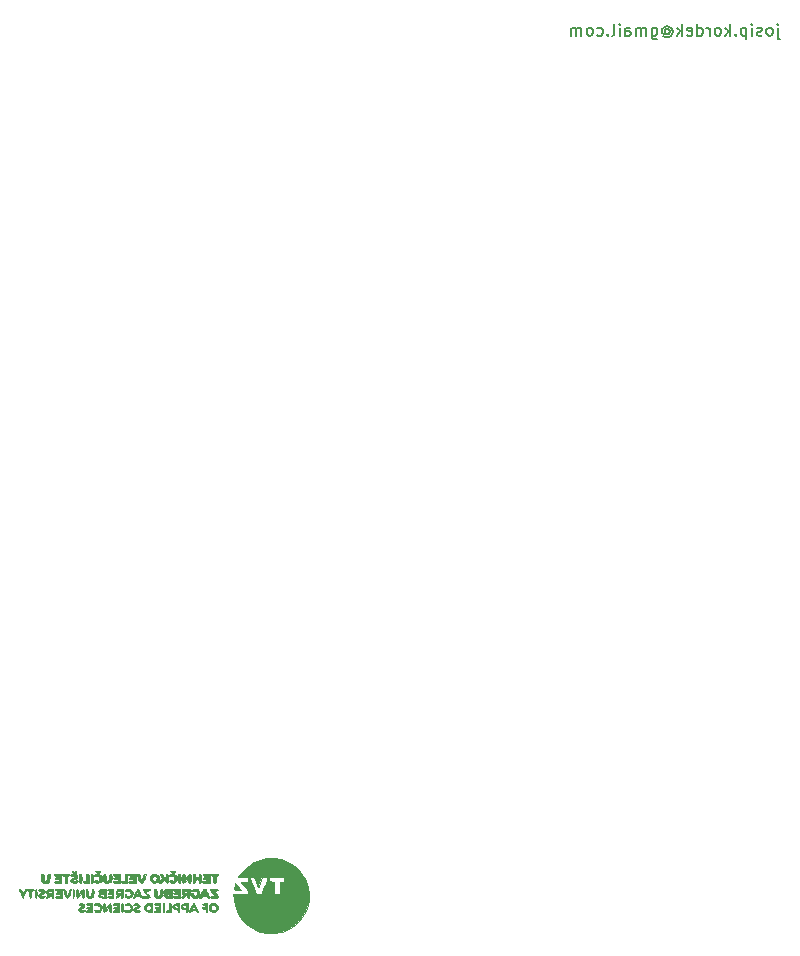
<source format=gbr>
%TF.GenerationSoftware,KiCad,Pcbnew,(5.1.10)-1*%
%TF.CreationDate,2021-07-26T19:48:55+02:00*%
%TF.ProjectId,RobotskaRuka,526f626f-7473-46b6-9152-756b612e6b69,rev?*%
%TF.SameCoordinates,Original*%
%TF.FileFunction,Legend,Bot*%
%TF.FilePolarity,Positive*%
%FSLAX46Y46*%
G04 Gerber Fmt 4.6, Leading zero omitted, Abs format (unit mm)*
G04 Created by KiCad (PCBNEW (5.1.10)-1) date 2021-07-26 19:48:55*
%MOMM*%
%LPD*%
G01*
G04 APERTURE LIST*
%ADD10C,0.150000*%
%ADD11C,0.010000*%
G04 APERTURE END LIST*
D10*
X172738095Y-68285714D02*
X172738095Y-69142857D01*
X172785714Y-69238095D01*
X172880952Y-69285714D01*
X172928571Y-69285714D01*
X172738095Y-67952380D02*
X172785714Y-68000000D01*
X172738095Y-68047619D01*
X172690476Y-68000000D01*
X172738095Y-67952380D01*
X172738095Y-68047619D01*
X172119047Y-68952380D02*
X172214285Y-68904761D01*
X172261904Y-68857142D01*
X172309523Y-68761904D01*
X172309523Y-68476190D01*
X172261904Y-68380952D01*
X172214285Y-68333333D01*
X172119047Y-68285714D01*
X171976190Y-68285714D01*
X171880952Y-68333333D01*
X171833333Y-68380952D01*
X171785714Y-68476190D01*
X171785714Y-68761904D01*
X171833333Y-68857142D01*
X171880952Y-68904761D01*
X171976190Y-68952380D01*
X172119047Y-68952380D01*
X171404761Y-68904761D02*
X171309523Y-68952380D01*
X171119047Y-68952380D01*
X171023809Y-68904761D01*
X170976190Y-68809523D01*
X170976190Y-68761904D01*
X171023809Y-68666666D01*
X171119047Y-68619047D01*
X171261904Y-68619047D01*
X171357142Y-68571428D01*
X171404761Y-68476190D01*
X171404761Y-68428571D01*
X171357142Y-68333333D01*
X171261904Y-68285714D01*
X171119047Y-68285714D01*
X171023809Y-68333333D01*
X170547619Y-68952380D02*
X170547619Y-68285714D01*
X170547619Y-67952380D02*
X170595238Y-68000000D01*
X170547619Y-68047619D01*
X170500000Y-68000000D01*
X170547619Y-67952380D01*
X170547619Y-68047619D01*
X170071428Y-68285714D02*
X170071428Y-69285714D01*
X170071428Y-68333333D02*
X169976190Y-68285714D01*
X169785714Y-68285714D01*
X169690476Y-68333333D01*
X169642857Y-68380952D01*
X169595238Y-68476190D01*
X169595238Y-68761904D01*
X169642857Y-68857142D01*
X169690476Y-68904761D01*
X169785714Y-68952380D01*
X169976190Y-68952380D01*
X170071428Y-68904761D01*
X169166666Y-68857142D02*
X169119047Y-68904761D01*
X169166666Y-68952380D01*
X169214285Y-68904761D01*
X169166666Y-68857142D01*
X169166666Y-68952380D01*
X168690476Y-68952380D02*
X168690476Y-67952380D01*
X168595238Y-68571428D02*
X168309523Y-68952380D01*
X168309523Y-68285714D02*
X168690476Y-68666666D01*
X167738095Y-68952380D02*
X167833333Y-68904761D01*
X167880952Y-68857142D01*
X167928571Y-68761904D01*
X167928571Y-68476190D01*
X167880952Y-68380952D01*
X167833333Y-68333333D01*
X167738095Y-68285714D01*
X167595238Y-68285714D01*
X167500000Y-68333333D01*
X167452380Y-68380952D01*
X167404761Y-68476190D01*
X167404761Y-68761904D01*
X167452380Y-68857142D01*
X167500000Y-68904761D01*
X167595238Y-68952380D01*
X167738095Y-68952380D01*
X166976190Y-68952380D02*
X166976190Y-68285714D01*
X166976190Y-68476190D02*
X166928571Y-68380952D01*
X166880952Y-68333333D01*
X166785714Y-68285714D01*
X166690476Y-68285714D01*
X165928571Y-68952380D02*
X165928571Y-67952380D01*
X165928571Y-68904761D02*
X166023809Y-68952380D01*
X166214285Y-68952380D01*
X166309523Y-68904761D01*
X166357142Y-68857142D01*
X166404761Y-68761904D01*
X166404761Y-68476190D01*
X166357142Y-68380952D01*
X166309523Y-68333333D01*
X166214285Y-68285714D01*
X166023809Y-68285714D01*
X165928571Y-68333333D01*
X165071428Y-68904761D02*
X165166666Y-68952380D01*
X165357142Y-68952380D01*
X165452380Y-68904761D01*
X165500000Y-68809523D01*
X165500000Y-68428571D01*
X165452380Y-68333333D01*
X165357142Y-68285714D01*
X165166666Y-68285714D01*
X165071428Y-68333333D01*
X165023809Y-68428571D01*
X165023809Y-68523809D01*
X165500000Y-68619047D01*
X164595238Y-68952380D02*
X164595238Y-67952380D01*
X164500000Y-68571428D02*
X164214285Y-68952380D01*
X164214285Y-68285714D02*
X164595238Y-68666666D01*
X163166666Y-68476190D02*
X163214285Y-68428571D01*
X163309523Y-68380952D01*
X163404761Y-68380952D01*
X163500000Y-68428571D01*
X163547619Y-68476190D01*
X163595238Y-68571428D01*
X163595238Y-68666666D01*
X163547619Y-68761904D01*
X163500000Y-68809523D01*
X163404761Y-68857142D01*
X163309523Y-68857142D01*
X163214285Y-68809523D01*
X163166666Y-68761904D01*
X163166666Y-68380952D02*
X163166666Y-68761904D01*
X163119047Y-68809523D01*
X163071428Y-68809523D01*
X162976190Y-68761904D01*
X162928571Y-68666666D01*
X162928571Y-68428571D01*
X163023809Y-68285714D01*
X163166666Y-68190476D01*
X163357142Y-68142857D01*
X163547619Y-68190476D01*
X163690476Y-68285714D01*
X163785714Y-68428571D01*
X163833333Y-68619047D01*
X163785714Y-68809523D01*
X163690476Y-68952380D01*
X163547619Y-69047619D01*
X163357142Y-69095238D01*
X163166666Y-69047619D01*
X163023809Y-68952380D01*
X162071428Y-68285714D02*
X162071428Y-69095238D01*
X162119047Y-69190476D01*
X162166666Y-69238095D01*
X162261904Y-69285714D01*
X162404761Y-69285714D01*
X162500000Y-69238095D01*
X162071428Y-68904761D02*
X162166666Y-68952380D01*
X162357142Y-68952380D01*
X162452380Y-68904761D01*
X162500000Y-68857142D01*
X162547619Y-68761904D01*
X162547619Y-68476190D01*
X162500000Y-68380952D01*
X162452380Y-68333333D01*
X162357142Y-68285714D01*
X162166666Y-68285714D01*
X162071428Y-68333333D01*
X161595238Y-68952380D02*
X161595238Y-68285714D01*
X161595238Y-68380952D02*
X161547619Y-68333333D01*
X161452380Y-68285714D01*
X161309523Y-68285714D01*
X161214285Y-68333333D01*
X161166666Y-68428571D01*
X161166666Y-68952380D01*
X161166666Y-68428571D02*
X161119047Y-68333333D01*
X161023809Y-68285714D01*
X160880952Y-68285714D01*
X160785714Y-68333333D01*
X160738095Y-68428571D01*
X160738095Y-68952380D01*
X159833333Y-68952380D02*
X159833333Y-68428571D01*
X159880952Y-68333333D01*
X159976190Y-68285714D01*
X160166666Y-68285714D01*
X160261904Y-68333333D01*
X159833333Y-68904761D02*
X159928571Y-68952380D01*
X160166666Y-68952380D01*
X160261904Y-68904761D01*
X160309523Y-68809523D01*
X160309523Y-68714285D01*
X160261904Y-68619047D01*
X160166666Y-68571428D01*
X159928571Y-68571428D01*
X159833333Y-68523809D01*
X159357142Y-68952380D02*
X159357142Y-68285714D01*
X159357142Y-67952380D02*
X159404761Y-68000000D01*
X159357142Y-68047619D01*
X159309523Y-68000000D01*
X159357142Y-67952380D01*
X159357142Y-68047619D01*
X158738095Y-68952380D02*
X158833333Y-68904761D01*
X158880952Y-68809523D01*
X158880952Y-67952380D01*
X158357142Y-68857142D02*
X158309523Y-68904761D01*
X158357142Y-68952380D01*
X158404761Y-68904761D01*
X158357142Y-68857142D01*
X158357142Y-68952380D01*
X157452380Y-68904761D02*
X157547619Y-68952380D01*
X157738095Y-68952380D01*
X157833333Y-68904761D01*
X157880952Y-68857142D01*
X157928571Y-68761904D01*
X157928571Y-68476190D01*
X157880952Y-68380952D01*
X157833333Y-68333333D01*
X157738095Y-68285714D01*
X157547619Y-68285714D01*
X157452380Y-68333333D01*
X156880952Y-68952380D02*
X156976190Y-68904761D01*
X157023809Y-68857142D01*
X157071428Y-68761904D01*
X157071428Y-68476190D01*
X157023809Y-68380952D01*
X156976190Y-68333333D01*
X156880952Y-68285714D01*
X156738095Y-68285714D01*
X156642857Y-68333333D01*
X156595238Y-68380952D01*
X156547619Y-68476190D01*
X156547619Y-68761904D01*
X156595238Y-68857142D01*
X156642857Y-68904761D01*
X156738095Y-68952380D01*
X156880952Y-68952380D01*
X156119047Y-68952380D02*
X156119047Y-68285714D01*
X156119047Y-68380952D02*
X156071428Y-68333333D01*
X155976190Y-68285714D01*
X155833333Y-68285714D01*
X155738095Y-68333333D01*
X155690476Y-68428571D01*
X155690476Y-68952380D01*
X155690476Y-68428571D02*
X155642857Y-68333333D01*
X155547619Y-68285714D01*
X155404761Y-68285714D01*
X155309523Y-68333333D01*
X155261904Y-68428571D01*
X155261904Y-68952380D01*
D11*
%TO.C,G\u002A\u002A\u002A*%
G36*
X129463427Y-138628607D02*
G01*
X128916383Y-138737332D01*
X128405804Y-138939495D01*
X127936685Y-139233218D01*
X127590627Y-139536854D01*
X127424426Y-139711233D01*
X127277097Y-139878024D01*
X127169847Y-140012643D01*
X127135228Y-140064761D01*
X127043456Y-140226000D01*
X127912800Y-140226000D01*
X127912800Y-140581600D01*
X127608000Y-140581600D01*
X127447415Y-140587365D01*
X127337320Y-140602353D01*
X127304084Y-140619700D01*
X127335946Y-140672346D01*
X127420511Y-140781258D01*
X127542500Y-140927192D01*
X127608884Y-141003626D01*
X127772411Y-141200978D01*
X127869372Y-141348488D01*
X127909996Y-141462829D01*
X127912800Y-141498926D01*
X127912800Y-141648400D01*
X126627742Y-141648400D01*
X126659886Y-142042100D01*
X126753842Y-142591602D01*
X126938361Y-143107096D01*
X127205406Y-143579074D01*
X127546940Y-143998030D01*
X127954924Y-144354457D01*
X128421321Y-144638850D01*
X128938093Y-144841702D01*
X129053774Y-144873436D01*
X129385354Y-144930031D01*
X129767638Y-144951310D01*
X130162172Y-144938263D01*
X130530507Y-144891881D01*
X130788930Y-144828729D01*
X131224203Y-144657063D01*
X131608342Y-144434370D01*
X131972606Y-144141082D01*
X132130121Y-143989192D01*
X132496450Y-143557817D01*
X132766373Y-143097207D01*
X132941933Y-142601979D01*
X133025170Y-142066749D01*
X133027583Y-141623000D01*
X132953577Y-141058107D01*
X132791947Y-140542645D01*
X132623012Y-140226000D01*
X130960800Y-140226000D01*
X130960800Y-140403800D01*
X130954649Y-140517639D01*
X130916666Y-140568229D01*
X130817560Y-140581202D01*
X130757600Y-140581600D01*
X130554400Y-140581600D01*
X130554400Y-141648400D01*
X130100755Y-141648400D01*
X130086278Y-141127700D01*
X130071800Y-140607000D01*
X129881300Y-140591233D01*
X129756424Y-140573457D01*
X129702998Y-140528298D01*
X129690911Y-140425645D01*
X129690800Y-140400733D01*
X129690800Y-140276321D01*
X129538400Y-140276321D01*
X129519626Y-140347035D01*
X129464297Y-140507885D01*
X129373907Y-140754799D01*
X129249950Y-141083707D01*
X129093918Y-141490537D01*
X129077091Y-141534100D01*
X129033204Y-141605232D01*
X128953304Y-141639159D01*
X128806177Y-141648319D01*
X128790358Y-141648354D01*
X128547800Y-141648309D01*
X128439243Y-141356254D01*
X128368034Y-141165032D01*
X128278527Y-140925167D01*
X128188075Y-140683154D01*
X128172799Y-140642327D01*
X128014911Y-140220454D01*
X128252159Y-140235927D01*
X128489408Y-140251400D01*
X128599829Y-140613862D01*
X128675395Y-140860229D01*
X128729336Y-141012383D01*
X128771461Y-141072724D01*
X128811579Y-141043653D01*
X128859498Y-140927572D01*
X128925027Y-140726882D01*
X128934967Y-140695900D01*
X129085939Y-140226000D01*
X129312170Y-140226000D01*
X129447679Y-140236093D01*
X129528468Y-140261602D01*
X129538400Y-140276321D01*
X129690800Y-140276321D01*
X129690800Y-140226000D01*
X130960800Y-140226000D01*
X132623012Y-140226000D01*
X132539656Y-140069762D01*
X132193665Y-139632605D01*
X132104063Y-139539937D01*
X131670145Y-139170984D01*
X131198862Y-138896110D01*
X130686109Y-138713472D01*
X130127779Y-138621229D01*
X130041942Y-138615198D01*
X129463427Y-138628607D01*
G37*
X129463427Y-138628607D02*
X128916383Y-138737332D01*
X128405804Y-138939495D01*
X127936685Y-139233218D01*
X127590627Y-139536854D01*
X127424426Y-139711233D01*
X127277097Y-139878024D01*
X127169847Y-140012643D01*
X127135228Y-140064761D01*
X127043456Y-140226000D01*
X127912800Y-140226000D01*
X127912800Y-140581600D01*
X127608000Y-140581600D01*
X127447415Y-140587365D01*
X127337320Y-140602353D01*
X127304084Y-140619700D01*
X127335946Y-140672346D01*
X127420511Y-140781258D01*
X127542500Y-140927192D01*
X127608884Y-141003626D01*
X127772411Y-141200978D01*
X127869372Y-141348488D01*
X127909996Y-141462829D01*
X127912800Y-141498926D01*
X127912800Y-141648400D01*
X126627742Y-141648400D01*
X126659886Y-142042100D01*
X126753842Y-142591602D01*
X126938361Y-143107096D01*
X127205406Y-143579074D01*
X127546940Y-143998030D01*
X127954924Y-144354457D01*
X128421321Y-144638850D01*
X128938093Y-144841702D01*
X129053774Y-144873436D01*
X129385354Y-144930031D01*
X129767638Y-144951310D01*
X130162172Y-144938263D01*
X130530507Y-144891881D01*
X130788930Y-144828729D01*
X131224203Y-144657063D01*
X131608342Y-144434370D01*
X131972606Y-144141082D01*
X132130121Y-143989192D01*
X132496450Y-143557817D01*
X132766373Y-143097207D01*
X132941933Y-142601979D01*
X133025170Y-142066749D01*
X133027583Y-141623000D01*
X132953577Y-141058107D01*
X132791947Y-140542645D01*
X132623012Y-140226000D01*
X130960800Y-140226000D01*
X130960800Y-140403800D01*
X130954649Y-140517639D01*
X130916666Y-140568229D01*
X130817560Y-140581202D01*
X130757600Y-140581600D01*
X130554400Y-140581600D01*
X130554400Y-141648400D01*
X130100755Y-141648400D01*
X130086278Y-141127700D01*
X130071800Y-140607000D01*
X129881300Y-140591233D01*
X129756424Y-140573457D01*
X129702998Y-140528298D01*
X129690911Y-140425645D01*
X129690800Y-140400733D01*
X129690800Y-140276321D01*
X129538400Y-140276321D01*
X129519626Y-140347035D01*
X129464297Y-140507885D01*
X129373907Y-140754799D01*
X129249950Y-141083707D01*
X129093918Y-141490537D01*
X129077091Y-141534100D01*
X129033204Y-141605232D01*
X128953304Y-141639159D01*
X128806177Y-141648319D01*
X128790358Y-141648354D01*
X128547800Y-141648309D01*
X128439243Y-141356254D01*
X128368034Y-141165032D01*
X128278527Y-140925167D01*
X128188075Y-140683154D01*
X128172799Y-140642327D01*
X128014911Y-140220454D01*
X128252159Y-140235927D01*
X128489408Y-140251400D01*
X128599829Y-140613862D01*
X128675395Y-140860229D01*
X128729336Y-141012383D01*
X128771461Y-141072724D01*
X128811579Y-141043653D01*
X128859498Y-140927572D01*
X128925027Y-140726882D01*
X128934967Y-140695900D01*
X129085939Y-140226000D01*
X129312170Y-140226000D01*
X129447679Y-140236093D01*
X129528468Y-140261602D01*
X129538400Y-140276321D01*
X129690800Y-140276321D01*
X129690800Y-140226000D01*
X130960800Y-140226000D01*
X132623012Y-140226000D01*
X132539656Y-140069762D01*
X132193665Y-139632605D01*
X132104063Y-139539937D01*
X131670145Y-139170984D01*
X131198862Y-138896110D01*
X130686109Y-138713472D01*
X130127779Y-138621229D01*
X130041942Y-138615198D01*
X129463427Y-138628607D01*
G36*
X124858071Y-142430933D02*
G01*
X124705078Y-142506458D01*
X124596264Y-142630610D01*
X124560000Y-142771996D01*
X124603601Y-142952246D01*
X124718717Y-143083143D01*
X124881823Y-143151241D01*
X125069389Y-143143094D01*
X125154220Y-143111594D01*
X125273256Y-143004383D01*
X125327147Y-142850250D01*
X125327034Y-142848735D01*
X125197702Y-142848735D01*
X125173040Y-142911974D01*
X125078990Y-142993769D01*
X124942939Y-143021030D01*
X124811887Y-142988222D01*
X124773360Y-142959040D01*
X124722465Y-142860001D01*
X124712400Y-142791400D01*
X124753245Y-142652116D01*
X124871307Y-142575878D01*
X124977650Y-142562800D01*
X125113269Y-142604522D01*
X125192189Y-142709787D01*
X125197702Y-142848735D01*
X125327034Y-142848735D01*
X125314534Y-142681359D01*
X125234056Y-142529873D01*
X125180944Y-142480124D01*
X125026331Y-142417624D01*
X124858071Y-142430933D01*
G37*
X124858071Y-142430933D02*
X124705078Y-142506458D01*
X124596264Y-142630610D01*
X124560000Y-142771996D01*
X124603601Y-142952246D01*
X124718717Y-143083143D01*
X124881823Y-143151241D01*
X125069389Y-143143094D01*
X125154220Y-143111594D01*
X125273256Y-143004383D01*
X125327147Y-142850250D01*
X125327034Y-142848735D01*
X125197702Y-142848735D01*
X125173040Y-142911974D01*
X125078990Y-142993769D01*
X124942939Y-143021030D01*
X124811887Y-142988222D01*
X124773360Y-142959040D01*
X124722465Y-142860001D01*
X124712400Y-142791400D01*
X124753245Y-142652116D01*
X124871307Y-142575878D01*
X124977650Y-142562800D01*
X125113269Y-142604522D01*
X125192189Y-142709787D01*
X125197702Y-142848735D01*
X125327034Y-142848735D01*
X125314534Y-142681359D01*
X125234056Y-142529873D01*
X125180944Y-142480124D01*
X125026331Y-142417624D01*
X124858071Y-142430933D01*
G36*
X124034564Y-142448037D02*
G01*
X123951699Y-142477392D01*
X123950272Y-142512830D01*
X124037447Y-142543313D01*
X124115500Y-142553166D01*
X124252756Y-142584759D01*
X124306478Y-142636940D01*
X124273294Y-142689984D01*
X124149833Y-142724164D01*
X124144813Y-142724681D01*
X124011649Y-142756425D01*
X123961088Y-142804106D01*
X123996036Y-142847800D01*
X124119399Y-142867584D01*
X124123967Y-142867600D01*
X124245273Y-142875597D01*
X124295776Y-142916625D01*
X124305997Y-143016235D01*
X124306000Y-143020000D01*
X124325961Y-143131619D01*
X124372294Y-143172845D01*
X124424680Y-143130804D01*
X124437339Y-143103211D01*
X124449273Y-143017238D01*
X124452463Y-142867148D01*
X124448445Y-142734911D01*
X124433000Y-142435800D01*
X124191700Y-142435800D01*
X124034564Y-142448037D01*
G37*
X124034564Y-142448037D02*
X123951699Y-142477392D01*
X123950272Y-142512830D01*
X124037447Y-142543313D01*
X124115500Y-142553166D01*
X124252756Y-142584759D01*
X124306478Y-142636940D01*
X124273294Y-142689984D01*
X124149833Y-142724164D01*
X124144813Y-142724681D01*
X124011649Y-142756425D01*
X123961088Y-142804106D01*
X123996036Y-142847800D01*
X124119399Y-142867584D01*
X124123967Y-142867600D01*
X124245273Y-142875597D01*
X124295776Y-142916625D01*
X124305997Y-143016235D01*
X124306000Y-143020000D01*
X124325961Y-143131619D01*
X124372294Y-143172845D01*
X124424680Y-143130804D01*
X124437339Y-143103211D01*
X124449273Y-143017238D01*
X124452463Y-142867148D01*
X124448445Y-142734911D01*
X124433000Y-142435800D01*
X124191700Y-142435800D01*
X124034564Y-142448037D01*
G36*
X123196120Y-142470717D02*
G01*
X123123229Y-142585272D01*
X123044253Y-142736986D01*
X122972075Y-142898170D01*
X122919579Y-143041135D01*
X122899647Y-143138191D01*
X122905853Y-143160785D01*
X122959790Y-143155648D01*
X123007654Y-143108820D01*
X123098690Y-143047502D01*
X123231014Y-143020045D01*
X123364306Y-143027538D01*
X123458245Y-143071070D01*
X123474830Y-143096200D01*
X123541157Y-143163753D01*
X123579069Y-143172400D01*
X123636148Y-143150894D01*
X123637134Y-143131537D01*
X123511368Y-142836020D01*
X123508407Y-142829661D01*
X123363818Y-142829661D01*
X123335148Y-142863441D01*
X123263511Y-142867600D01*
X123168517Y-142853405D01*
X123137600Y-142826509D01*
X123164674Y-142756362D01*
X123203640Y-142695104D01*
X123254495Y-142639407D01*
X123292230Y-142661770D01*
X123329550Y-142736195D01*
X123363818Y-142829661D01*
X123508407Y-142829661D01*
X123414004Y-142626970D01*
X123339902Y-142494949D01*
X123283920Y-142430522D01*
X123250043Y-142421013D01*
X123196120Y-142470717D01*
G37*
X123196120Y-142470717D02*
X123123229Y-142585272D01*
X123044253Y-142736986D01*
X122972075Y-142898170D01*
X122919579Y-143041135D01*
X122899647Y-143138191D01*
X122905853Y-143160785D01*
X122959790Y-143155648D01*
X123007654Y-143108820D01*
X123098690Y-143047502D01*
X123231014Y-143020045D01*
X123364306Y-143027538D01*
X123458245Y-143071070D01*
X123474830Y-143096200D01*
X123541157Y-143163753D01*
X123579069Y-143172400D01*
X123636148Y-143150894D01*
X123637134Y-143131537D01*
X123511368Y-142836020D01*
X123508407Y-142829661D01*
X123363818Y-142829661D01*
X123335148Y-142863441D01*
X123263511Y-142867600D01*
X123168517Y-142853405D01*
X123137600Y-142826509D01*
X123164674Y-142756362D01*
X123203640Y-142695104D01*
X123254495Y-142639407D01*
X123292230Y-142661770D01*
X123329550Y-142736195D01*
X123363818Y-142829661D01*
X123508407Y-142829661D01*
X123414004Y-142626970D01*
X123339902Y-142494949D01*
X123283920Y-142430522D01*
X123250043Y-142421013D01*
X123196120Y-142470717D01*
G36*
X122359658Y-142443041D02*
G01*
X122226351Y-142535299D01*
X122172908Y-142678675D01*
X122172400Y-142696340D01*
X122213482Y-142830373D01*
X122335103Y-142903907D01*
X122461960Y-142918400D01*
X122577756Y-142929304D01*
X122623287Y-142977343D01*
X122629600Y-143045400D01*
X122656097Y-143147543D01*
X122705800Y-143172400D01*
X122745994Y-143152441D01*
X122769587Y-143080318D01*
X122780255Y-142937656D01*
X122782000Y-142791400D01*
X122782000Y-142693174D01*
X122629600Y-142693174D01*
X122614959Y-142786063D01*
X122549980Y-142811683D01*
X122489900Y-142807474D01*
X122375030Y-142765381D01*
X122333967Y-142677100D01*
X122337978Y-142596579D01*
X122399946Y-142566146D01*
X122473667Y-142562800D01*
X122584022Y-142575560D01*
X122625198Y-142631125D01*
X122629600Y-142693174D01*
X122782000Y-142693174D01*
X122782000Y-142410400D01*
X122561274Y-142410400D01*
X122359658Y-142443041D01*
G37*
X122359658Y-142443041D02*
X122226351Y-142535299D01*
X122172908Y-142678675D01*
X122172400Y-142696340D01*
X122213482Y-142830373D01*
X122335103Y-142903907D01*
X122461960Y-142918400D01*
X122577756Y-142929304D01*
X122623287Y-142977343D01*
X122629600Y-143045400D01*
X122656097Y-143147543D01*
X122705800Y-143172400D01*
X122745994Y-143152441D01*
X122769587Y-143080318D01*
X122780255Y-142937656D01*
X122782000Y-142791400D01*
X122782000Y-142693174D01*
X122629600Y-142693174D01*
X122614959Y-142786063D01*
X122549980Y-142811683D01*
X122489900Y-142807474D01*
X122375030Y-142765381D01*
X122333967Y-142677100D01*
X122337978Y-142596579D01*
X122399946Y-142566146D01*
X122473667Y-142562800D01*
X122584022Y-142575560D01*
X122625198Y-142631125D01*
X122629600Y-142693174D01*
X122782000Y-142693174D01*
X122782000Y-142410400D01*
X122561274Y-142410400D01*
X122359658Y-142443041D01*
G36*
X121648458Y-142443041D02*
G01*
X121515151Y-142535299D01*
X121461708Y-142678675D01*
X121461200Y-142696340D01*
X121502282Y-142830373D01*
X121623903Y-142903907D01*
X121750760Y-142918400D01*
X121866556Y-142929304D01*
X121912087Y-142977343D01*
X121918400Y-143045400D01*
X121944897Y-143147543D01*
X121994600Y-143172400D01*
X122034794Y-143152441D01*
X122058387Y-143080318D01*
X122069055Y-142937656D01*
X122070800Y-142791400D01*
X122070800Y-142693174D01*
X121918400Y-142693174D01*
X121903759Y-142786063D01*
X121838780Y-142811683D01*
X121778700Y-142807474D01*
X121663830Y-142765381D01*
X121622767Y-142677100D01*
X121626778Y-142596579D01*
X121688746Y-142566146D01*
X121762467Y-142562800D01*
X121872822Y-142575560D01*
X121913998Y-142631125D01*
X121918400Y-142693174D01*
X122070800Y-142693174D01*
X122070800Y-142410400D01*
X121850074Y-142410400D01*
X121648458Y-142443041D01*
G37*
X121648458Y-142443041D02*
X121515151Y-142535299D01*
X121461708Y-142678675D01*
X121461200Y-142696340D01*
X121502282Y-142830373D01*
X121623903Y-142903907D01*
X121750760Y-142918400D01*
X121866556Y-142929304D01*
X121912087Y-142977343D01*
X121918400Y-143045400D01*
X121944897Y-143147543D01*
X121994600Y-143172400D01*
X122034794Y-143152441D01*
X122058387Y-143080318D01*
X122069055Y-142937656D01*
X122070800Y-142791400D01*
X122070800Y-142693174D01*
X121918400Y-142693174D01*
X121903759Y-142786063D01*
X121838780Y-142811683D01*
X121778700Y-142807474D01*
X121663830Y-142765381D01*
X121622767Y-142677100D01*
X121626778Y-142596579D01*
X121688746Y-142566146D01*
X121762467Y-142562800D01*
X121872822Y-142575560D01*
X121913998Y-142631125D01*
X121918400Y-142693174D01*
X122070800Y-142693174D01*
X122070800Y-142410400D01*
X121850074Y-142410400D01*
X121648458Y-142443041D01*
G36*
X121239155Y-142433808D02*
G01*
X121215399Y-142516788D01*
X121207351Y-142678475D01*
X121207200Y-142715200D01*
X121207200Y-143020000D01*
X121054800Y-143020000D01*
X120933809Y-143042718D01*
X120902400Y-143096200D01*
X120932318Y-143146424D01*
X121034042Y-143169301D01*
X121131000Y-143172400D01*
X121359600Y-143172400D01*
X121359600Y-142791400D01*
X121355609Y-142590432D01*
X121341184Y-142472467D01*
X121312652Y-142419129D01*
X121283400Y-142410400D01*
X121239155Y-142433808D01*
G37*
X121239155Y-142433808D02*
X121215399Y-142516788D01*
X121207351Y-142678475D01*
X121207200Y-142715200D01*
X121207200Y-143020000D01*
X121054800Y-143020000D01*
X120933809Y-143042718D01*
X120902400Y-143096200D01*
X120932318Y-143146424D01*
X121034042Y-143169301D01*
X121131000Y-143172400D01*
X121359600Y-143172400D01*
X121359600Y-142791400D01*
X121355609Y-142590432D01*
X121341184Y-142472467D01*
X121312652Y-142419129D01*
X121283400Y-142410400D01*
X121239155Y-142433808D01*
G36*
X120684407Y-142430358D02*
G01*
X120660814Y-142502481D01*
X120650146Y-142645143D01*
X120648400Y-142791400D01*
X120652392Y-142992367D01*
X120666817Y-143110332D01*
X120695349Y-143163670D01*
X120724600Y-143172400D01*
X120764794Y-143152441D01*
X120788387Y-143080318D01*
X120799055Y-142937656D01*
X120800800Y-142791400D01*
X120796809Y-142590432D01*
X120782384Y-142472467D01*
X120753852Y-142419129D01*
X120724600Y-142410400D01*
X120684407Y-142430358D01*
G37*
X120684407Y-142430358D02*
X120660814Y-142502481D01*
X120650146Y-142645143D01*
X120648400Y-142791400D01*
X120652392Y-142992367D01*
X120666817Y-143110332D01*
X120695349Y-143163670D01*
X120724600Y-143172400D01*
X120764794Y-143152441D01*
X120788387Y-143080318D01*
X120799055Y-142937656D01*
X120800800Y-142791400D01*
X120796809Y-142590432D01*
X120782384Y-142472467D01*
X120753852Y-142419129D01*
X120724600Y-142410400D01*
X120684407Y-142430358D01*
G36*
X120031469Y-142418557D02*
G01*
X119953454Y-142446800D01*
X119937200Y-142486600D01*
X119970754Y-142539584D01*
X120081982Y-142561417D01*
X120140400Y-142562800D01*
X120281692Y-142575382D01*
X120339913Y-142617093D01*
X120343600Y-142639000D01*
X120305045Y-142695358D01*
X120181994Y-142715062D01*
X120165800Y-142715200D01*
X120034297Y-142731723D01*
X119988322Y-142784460D01*
X119988000Y-142791400D01*
X120026556Y-142847758D01*
X120149607Y-142867462D01*
X120165800Y-142867600D01*
X120297304Y-142884123D01*
X120343279Y-142936860D01*
X120343600Y-142943800D01*
X120310047Y-142996784D01*
X120198819Y-143018617D01*
X120140400Y-143020000D01*
X119999109Y-143032582D01*
X119940888Y-143074293D01*
X119937200Y-143096200D01*
X119964392Y-143144119D01*
X120058537Y-143167523D01*
X120191200Y-143172400D01*
X120445200Y-143172400D01*
X120445200Y-142410400D01*
X120191200Y-142410400D01*
X120031469Y-142418557D01*
G37*
X120031469Y-142418557D02*
X119953454Y-142446800D01*
X119937200Y-142486600D01*
X119970754Y-142539584D01*
X120081982Y-142561417D01*
X120140400Y-142562800D01*
X120281692Y-142575382D01*
X120339913Y-142617093D01*
X120343600Y-142639000D01*
X120305045Y-142695358D01*
X120181994Y-142715062D01*
X120165800Y-142715200D01*
X120034297Y-142731723D01*
X119988322Y-142784460D01*
X119988000Y-142791400D01*
X120026556Y-142847758D01*
X120149607Y-142867462D01*
X120165800Y-142867600D01*
X120297304Y-142884123D01*
X120343279Y-142936860D01*
X120343600Y-142943800D01*
X120310047Y-142996784D01*
X120198819Y-143018617D01*
X120140400Y-143020000D01*
X119999109Y-143032582D01*
X119940888Y-143074293D01*
X119937200Y-143096200D01*
X119964392Y-143144119D01*
X120058537Y-143167523D01*
X120191200Y-143172400D01*
X120445200Y-143172400D01*
X120445200Y-142410400D01*
X120191200Y-142410400D01*
X120031469Y-142418557D01*
G36*
X119375122Y-142427842D02*
G01*
X119247755Y-142490878D01*
X119198291Y-142535090D01*
X119095675Y-142693131D01*
X119082226Y-142853781D01*
X119147700Y-142998679D01*
X119281854Y-143109467D01*
X119474441Y-143167783D01*
X119553891Y-143172400D01*
X119784800Y-143172400D01*
X119784800Y-142791400D01*
X119632400Y-142791400D01*
X119627681Y-142932094D01*
X119602122Y-142998742D01*
X119538623Y-143018827D01*
X119490160Y-143020000D01*
X119363231Y-142999414D01*
X119286960Y-142959040D01*
X119236065Y-142860001D01*
X119226000Y-142791400D01*
X119266893Y-142652062D01*
X119384880Y-142575775D01*
X119490160Y-142562800D01*
X119577704Y-142570384D01*
X119619174Y-142611461D01*
X119631671Y-142713513D01*
X119632400Y-142791400D01*
X119784800Y-142791400D01*
X119784800Y-142410400D01*
X119553891Y-142410400D01*
X119375122Y-142427842D01*
G37*
X119375122Y-142427842D02*
X119247755Y-142490878D01*
X119198291Y-142535090D01*
X119095675Y-142693131D01*
X119082226Y-142853781D01*
X119147700Y-142998679D01*
X119281854Y-143109467D01*
X119474441Y-143167783D01*
X119553891Y-143172400D01*
X119784800Y-143172400D01*
X119784800Y-142791400D01*
X119632400Y-142791400D01*
X119627681Y-142932094D01*
X119602122Y-142998742D01*
X119538623Y-143018827D01*
X119490160Y-143020000D01*
X119363231Y-142999414D01*
X119286960Y-142959040D01*
X119236065Y-142860001D01*
X119226000Y-142791400D01*
X119266893Y-142652062D01*
X119384880Y-142575775D01*
X119490160Y-142562800D01*
X119577704Y-142570384D01*
X119619174Y-142611461D01*
X119631671Y-142713513D01*
X119632400Y-142791400D01*
X119784800Y-142791400D01*
X119784800Y-142410400D01*
X119553891Y-142410400D01*
X119375122Y-142427842D01*
G36*
X118300012Y-142427950D02*
G01*
X118287994Y-142430810D01*
X118193791Y-142475471D01*
X118185162Y-142526360D01*
X118249068Y-142565262D01*
X118372466Y-142573958D01*
X118389256Y-142572271D01*
X118520172Y-142569863D01*
X118557145Y-142601757D01*
X118500471Y-142664295D01*
X118375563Y-142740600D01*
X118222684Y-142849544D01*
X118170805Y-142959385D01*
X118219327Y-143071628D01*
X118236492Y-143090034D01*
X118373532Y-143161425D01*
X118539667Y-143155112D01*
X118629100Y-143117530D01*
X118709841Y-143051922D01*
X118696831Y-143010264D01*
X118596346Y-142998672D01*
X118514800Y-143006122D01*
X118367961Y-143009272D01*
X118312152Y-142975144D01*
X118349423Y-142915500D01*
X118481822Y-142842102D01*
X118485927Y-142840377D01*
X118635926Y-142763637D01*
X118701519Y-142684440D01*
X118698217Y-142581916D01*
X118692494Y-142562463D01*
X118614091Y-142468059D01*
X118472587Y-142419746D01*
X118300012Y-142427950D01*
G37*
X118300012Y-142427950D02*
X118287994Y-142430810D01*
X118193791Y-142475471D01*
X118185162Y-142526360D01*
X118249068Y-142565262D01*
X118372466Y-142573958D01*
X118389256Y-142572271D01*
X118520172Y-142569863D01*
X118557145Y-142601757D01*
X118500471Y-142664295D01*
X118375563Y-142740600D01*
X118222684Y-142849544D01*
X118170805Y-142959385D01*
X118219327Y-143071628D01*
X118236492Y-143090034D01*
X118373532Y-143161425D01*
X118539667Y-143155112D01*
X118629100Y-143117530D01*
X118709841Y-143051922D01*
X118696831Y-143010264D01*
X118596346Y-142998672D01*
X118514800Y-143006122D01*
X118367961Y-143009272D01*
X118312152Y-142975144D01*
X118349423Y-142915500D01*
X118481822Y-142842102D01*
X118485927Y-142840377D01*
X118635926Y-142763637D01*
X118701519Y-142684440D01*
X118698217Y-142581916D01*
X118692494Y-142562463D01*
X118614091Y-142468059D01*
X118472587Y-142419746D01*
X118300012Y-142427950D01*
G36*
X117558645Y-142441202D02*
G01*
X117457506Y-142494938D01*
X117449376Y-142542199D01*
X117525823Y-142570796D01*
X117648784Y-142571515D01*
X117820672Y-142590234D01*
X117920850Y-142672728D01*
X117939784Y-142806727D01*
X117908581Y-142905867D01*
X117858240Y-142987040D01*
X117784483Y-143015543D01*
X117649632Y-143005912D01*
X117649364Y-143005876D01*
X117501658Y-142999959D01*
X117424799Y-143024981D01*
X117429830Y-143072899D01*
X117494038Y-143119051D01*
X117681274Y-143169775D01*
X117860314Y-143130032D01*
X117942453Y-143072518D01*
X118061314Y-142916063D01*
X118081597Y-142752461D01*
X118033894Y-142616874D01*
X117909934Y-142475968D01*
X117738370Y-142416605D01*
X117558645Y-142441202D01*
G37*
X117558645Y-142441202D02*
X117457506Y-142494938D01*
X117449376Y-142542199D01*
X117525823Y-142570796D01*
X117648784Y-142571515D01*
X117820672Y-142590234D01*
X117920850Y-142672728D01*
X117939784Y-142806727D01*
X117908581Y-142905867D01*
X117858240Y-142987040D01*
X117784483Y-143015543D01*
X117649632Y-143005912D01*
X117649364Y-143005876D01*
X117501658Y-142999959D01*
X117424799Y-143024981D01*
X117429830Y-143072899D01*
X117494038Y-143119051D01*
X117681274Y-143169775D01*
X117860314Y-143130032D01*
X117942453Y-143072518D01*
X118061314Y-142916063D01*
X118081597Y-142752461D01*
X118033894Y-142616874D01*
X117909934Y-142475968D01*
X117738370Y-142416605D01*
X117558645Y-142441202D01*
G36*
X117179207Y-142430358D02*
G01*
X117155614Y-142502481D01*
X117144946Y-142645143D01*
X117143200Y-142791400D01*
X117147192Y-142992367D01*
X117161617Y-143110332D01*
X117190149Y-143163670D01*
X117219400Y-143172400D01*
X117259594Y-143152441D01*
X117283187Y-143080318D01*
X117293855Y-142937656D01*
X117295600Y-142791400D01*
X117291609Y-142590432D01*
X117277184Y-142472467D01*
X117248652Y-142419129D01*
X117219400Y-142410400D01*
X117179207Y-142430358D01*
G37*
X117179207Y-142430358D02*
X117155614Y-142502481D01*
X117144946Y-142645143D01*
X117143200Y-142791400D01*
X117147192Y-142992367D01*
X117161617Y-143110332D01*
X117190149Y-143163670D01*
X117219400Y-143172400D01*
X117259594Y-143152441D01*
X117283187Y-143080318D01*
X117293855Y-142937656D01*
X117295600Y-142791400D01*
X117291609Y-142590432D01*
X117277184Y-142472467D01*
X117248652Y-142419129D01*
X117219400Y-142410400D01*
X117179207Y-142430358D01*
G36*
X116542906Y-142417241D02*
G01*
X116456157Y-142441245D01*
X116432000Y-142486600D01*
X116465554Y-142539584D01*
X116576782Y-142561417D01*
X116635200Y-142562800D01*
X116776492Y-142575382D01*
X116834713Y-142617093D01*
X116838400Y-142639000D01*
X116799845Y-142695358D01*
X116676794Y-142715062D01*
X116660600Y-142715200D01*
X116529097Y-142731723D01*
X116483122Y-142784460D01*
X116482800Y-142791400D01*
X116521356Y-142847758D01*
X116644407Y-142867462D01*
X116660600Y-142867600D01*
X116792104Y-142884123D01*
X116838079Y-142936860D01*
X116838400Y-142943800D01*
X116804847Y-142996784D01*
X116693619Y-143018617D01*
X116635200Y-143020000D01*
X116493909Y-143032582D01*
X116435688Y-143074293D01*
X116432000Y-143096200D01*
X116460020Y-143144845D01*
X116556509Y-143168112D01*
X116677534Y-143172400D01*
X116828024Y-143165919D01*
X116932826Y-143149457D01*
X116956934Y-143138533D01*
X116973970Y-143074063D01*
X116986133Y-142937518D01*
X116990800Y-142758397D01*
X116990800Y-142410400D01*
X116711400Y-142410400D01*
X116542906Y-142417241D01*
G37*
X116542906Y-142417241D02*
X116456157Y-142441245D01*
X116432000Y-142486600D01*
X116465554Y-142539584D01*
X116576782Y-142561417D01*
X116635200Y-142562800D01*
X116776492Y-142575382D01*
X116834713Y-142617093D01*
X116838400Y-142639000D01*
X116799845Y-142695358D01*
X116676794Y-142715062D01*
X116660600Y-142715200D01*
X116529097Y-142731723D01*
X116483122Y-142784460D01*
X116482800Y-142791400D01*
X116521356Y-142847758D01*
X116644407Y-142867462D01*
X116660600Y-142867600D01*
X116792104Y-142884123D01*
X116838079Y-142936860D01*
X116838400Y-142943800D01*
X116804847Y-142996784D01*
X116693619Y-143018617D01*
X116635200Y-143020000D01*
X116493909Y-143032582D01*
X116435688Y-143074293D01*
X116432000Y-143096200D01*
X116460020Y-143144845D01*
X116556509Y-143168112D01*
X116677534Y-143172400D01*
X116828024Y-143165919D01*
X116932826Y-143149457D01*
X116956934Y-143138533D01*
X116973970Y-143074063D01*
X116986133Y-142937518D01*
X116990800Y-142758397D01*
X116990800Y-142410400D01*
X116711400Y-142410400D01*
X116542906Y-142417241D01*
G36*
X115653561Y-142432715D02*
G01*
X115630659Y-142511322D01*
X115620540Y-142663713D01*
X115619200Y-142791400D01*
X115627001Y-143013279D01*
X115654445Y-143137212D01*
X115707598Y-143165944D01*
X115792526Y-143102217D01*
X115915295Y-142948774D01*
X115928089Y-142931100D01*
X116101800Y-142689800D01*
X116117284Y-142931100D01*
X116139488Y-143093199D01*
X116181777Y-143165898D01*
X116206184Y-143172400D01*
X116245240Y-143150084D01*
X116268142Y-143071477D01*
X116278261Y-142919086D01*
X116279600Y-142791400D01*
X116271800Y-142569520D01*
X116244356Y-142445587D01*
X116191203Y-142416855D01*
X116106275Y-142480582D01*
X115983506Y-142634025D01*
X115970712Y-142651700D01*
X115797000Y-142893000D01*
X115781517Y-142651700D01*
X115759313Y-142489600D01*
X115717024Y-142416901D01*
X115692617Y-142410400D01*
X115653561Y-142432715D01*
G37*
X115653561Y-142432715D02*
X115630659Y-142511322D01*
X115620540Y-142663713D01*
X115619200Y-142791400D01*
X115627001Y-143013279D01*
X115654445Y-143137212D01*
X115707598Y-143165944D01*
X115792526Y-143102217D01*
X115915295Y-142948774D01*
X115928089Y-142931100D01*
X116101800Y-142689800D01*
X116117284Y-142931100D01*
X116139488Y-143093199D01*
X116181777Y-143165898D01*
X116206184Y-143172400D01*
X116245240Y-143150084D01*
X116268142Y-143071477D01*
X116278261Y-142919086D01*
X116279600Y-142791400D01*
X116271800Y-142569520D01*
X116244356Y-142445587D01*
X116191203Y-142416855D01*
X116106275Y-142480582D01*
X115983506Y-142634025D01*
X115970712Y-142651700D01*
X115797000Y-142893000D01*
X115781517Y-142651700D01*
X115759313Y-142489600D01*
X115717024Y-142416901D01*
X115692617Y-142410400D01*
X115653561Y-142432715D01*
G36*
X114974979Y-142438693D02*
G01*
X114869204Y-142493833D01*
X114859002Y-142543449D01*
X114938428Y-142577939D01*
X115067553Y-142588200D01*
X115249228Y-142614079D01*
X115343729Y-142691076D01*
X115350259Y-142818230D01*
X115322506Y-142895496D01*
X115270594Y-142983275D01*
X115199456Y-143015212D01*
X115070482Y-143007452D01*
X115058555Y-143005875D01*
X114917730Y-143000483D01*
X114860850Y-143027989D01*
X114894396Y-143081230D01*
X114955461Y-143119812D01*
X115140021Y-143168596D01*
X115316397Y-143123584D01*
X115320439Y-143121259D01*
X115397991Y-143041604D01*
X115464730Y-142923399D01*
X115492122Y-142746451D01*
X115437350Y-142590309D01*
X115319834Y-142474196D01*
X115158997Y-142417334D01*
X114974979Y-142438693D01*
G37*
X114974979Y-142438693D02*
X114869204Y-142493833D01*
X114859002Y-142543449D01*
X114938428Y-142577939D01*
X115067553Y-142588200D01*
X115249228Y-142614079D01*
X115343729Y-142691076D01*
X115350259Y-142818230D01*
X115322506Y-142895496D01*
X115270594Y-142983275D01*
X115199456Y-143015212D01*
X115070482Y-143007452D01*
X115058555Y-143005875D01*
X114917730Y-143000483D01*
X114860850Y-143027989D01*
X114894396Y-143081230D01*
X114955461Y-143119812D01*
X115140021Y-143168596D01*
X115316397Y-143123584D01*
X115320439Y-143121259D01*
X115397991Y-143041604D01*
X115464730Y-142923399D01*
X115492122Y-142746451D01*
X115437350Y-142590309D01*
X115319834Y-142474196D01*
X115158997Y-142417334D01*
X114974979Y-142438693D01*
G36*
X114251414Y-142424253D02*
G01*
X114163182Y-142457834D01*
X114161111Y-142499175D01*
X114249840Y-142536307D01*
X114365827Y-142553166D01*
X114504774Y-142585518D01*
X114558193Y-142637562D01*
X114524916Y-142687748D01*
X114403777Y-142714525D01*
X114374600Y-142715200D01*
X114243097Y-142731723D01*
X114197122Y-142784460D01*
X114196800Y-142791400D01*
X114235356Y-142847758D01*
X114358407Y-142867462D01*
X114374600Y-142867600D01*
X114506104Y-142884123D01*
X114552079Y-142936860D01*
X114552400Y-142943800D01*
X114518847Y-142996784D01*
X114407619Y-143018617D01*
X114349200Y-143020000D01*
X114207909Y-143032582D01*
X114149688Y-143074293D01*
X114146000Y-143096200D01*
X114171084Y-143142153D01*
X114259102Y-143165811D01*
X114425400Y-143172400D01*
X114704800Y-143172400D01*
X114704800Y-142410400D01*
X114421167Y-142410400D01*
X114251414Y-142424253D01*
G37*
X114251414Y-142424253D02*
X114163182Y-142457834D01*
X114161111Y-142499175D01*
X114249840Y-142536307D01*
X114365827Y-142553166D01*
X114504774Y-142585518D01*
X114558193Y-142637562D01*
X114524916Y-142687748D01*
X114403777Y-142714525D01*
X114374600Y-142715200D01*
X114243097Y-142731723D01*
X114197122Y-142784460D01*
X114196800Y-142791400D01*
X114235356Y-142847758D01*
X114358407Y-142867462D01*
X114374600Y-142867600D01*
X114506104Y-142884123D01*
X114552079Y-142936860D01*
X114552400Y-142943800D01*
X114518847Y-142996784D01*
X114407619Y-143018617D01*
X114349200Y-143020000D01*
X114207909Y-143032582D01*
X114149688Y-143074293D01*
X114146000Y-143096200D01*
X114171084Y-143142153D01*
X114259102Y-143165811D01*
X114425400Y-143172400D01*
X114704800Y-143172400D01*
X114704800Y-142410400D01*
X114421167Y-142410400D01*
X114251414Y-142424253D01*
G36*
X113676601Y-142426162D02*
G01*
X113576359Y-142468827D01*
X113547734Y-142514709D01*
X113558823Y-142566061D01*
X113634201Y-142579158D01*
X113712400Y-142572651D01*
X113844764Y-142572196D01*
X113885716Y-142607201D01*
X113835743Y-142669796D01*
X113701500Y-142749116D01*
X113548481Y-142851430D01*
X113496616Y-142959198D01*
X113546064Y-143072031D01*
X113562892Y-143090034D01*
X113701933Y-143162090D01*
X113875826Y-143149874D01*
X113982494Y-143104459D01*
X114063877Y-143043042D01*
X114051019Y-143005785D01*
X113949167Y-142996244D01*
X113837997Y-143006552D01*
X113693754Y-143010773D01*
X113640890Y-142978309D01*
X113679872Y-142917827D01*
X113811165Y-142837997D01*
X113828500Y-142829701D01*
X113972107Y-142732724D01*
X114036222Y-142624192D01*
X114015297Y-142521896D01*
X113943371Y-142461505D01*
X113811539Y-142422027D01*
X113676601Y-142426162D01*
G37*
X113676601Y-142426162D02*
X113576359Y-142468827D01*
X113547734Y-142514709D01*
X113558823Y-142566061D01*
X113634201Y-142579158D01*
X113712400Y-142572651D01*
X113844764Y-142572196D01*
X113885716Y-142607201D01*
X113835743Y-142669796D01*
X113701500Y-142749116D01*
X113548481Y-142851430D01*
X113496616Y-142959198D01*
X113546064Y-143072031D01*
X113562892Y-143090034D01*
X113701933Y-143162090D01*
X113875826Y-143149874D01*
X113982494Y-143104459D01*
X114063877Y-143043042D01*
X114051019Y-143005785D01*
X113949167Y-142996244D01*
X113837997Y-143006552D01*
X113693754Y-143010773D01*
X113640890Y-142978309D01*
X113679872Y-142917827D01*
X113811165Y-142837997D01*
X113828500Y-142829701D01*
X113972107Y-142732724D01*
X114036222Y-142624192D01*
X114015297Y-142521896D01*
X113943371Y-142461505D01*
X113811539Y-142422027D01*
X113676601Y-142426162D01*
G36*
X124798034Y-141197704D02*
G01*
X124694559Y-141225604D01*
X124676963Y-141287476D01*
X124740833Y-141395898D01*
X124867073Y-141546800D01*
X125068213Y-141775400D01*
X124864907Y-141791020D01*
X124714860Y-141819883D01*
X124661731Y-141876212D01*
X124661600Y-141879920D01*
X124685093Y-141920114D01*
X124767328Y-141943077D01*
X124925939Y-141952445D01*
X125017200Y-141953200D01*
X125223322Y-141945422D01*
X125343806Y-141923001D01*
X125372800Y-141896750D01*
X125342216Y-141830841D01*
X125262516Y-141715232D01*
X125164870Y-141591950D01*
X124956940Y-141343600D01*
X125139470Y-141343600D01*
X125272836Y-141327947D01*
X125321293Y-141277569D01*
X125322000Y-141267400D01*
X125299956Y-141224658D01*
X125221187Y-141200902D01*
X125066740Y-141191757D01*
X124991800Y-141191200D01*
X124798034Y-141197704D01*
G37*
X124798034Y-141197704D02*
X124694559Y-141225604D01*
X124676963Y-141287476D01*
X124740833Y-141395898D01*
X124867073Y-141546800D01*
X125068213Y-141775400D01*
X124864907Y-141791020D01*
X124714860Y-141819883D01*
X124661731Y-141876212D01*
X124661600Y-141879920D01*
X124685093Y-141920114D01*
X124767328Y-141943077D01*
X124925939Y-141952445D01*
X125017200Y-141953200D01*
X125223322Y-141945422D01*
X125343806Y-141923001D01*
X125372800Y-141896750D01*
X125342216Y-141830841D01*
X125262516Y-141715232D01*
X125164870Y-141591950D01*
X124956940Y-141343600D01*
X125139470Y-141343600D01*
X125272836Y-141327947D01*
X125321293Y-141277569D01*
X125322000Y-141267400D01*
X125299956Y-141224658D01*
X125221187Y-141200902D01*
X125066740Y-141191757D01*
X124991800Y-141191200D01*
X124798034Y-141197704D01*
G36*
X124117786Y-141208976D02*
G01*
X124056719Y-141273939D01*
X123986522Y-141403539D01*
X123912692Y-141572200D01*
X123753661Y-141953200D01*
X123877431Y-141953200D01*
X123977151Y-141926121D01*
X124001200Y-141877000D01*
X124041058Y-141819822D01*
X124166919Y-141800824D01*
X124173565Y-141800800D01*
X124312315Y-141823161D01*
X124375171Y-141877000D01*
X124428110Y-141925143D01*
X124514739Y-141953785D01*
X124589635Y-141953048D01*
X124610800Y-141928247D01*
X124591495Y-141873197D01*
X124540390Y-141750094D01*
X124483986Y-141620733D01*
X124283218Y-141620733D01*
X124244512Y-141646880D01*
X124206188Y-141648400D01*
X124122969Y-141632678D01*
X124103578Y-141610300D01*
X124128575Y-141538014D01*
X124148918Y-141501836D01*
X124191727Y-141466145D01*
X124238706Y-141516909D01*
X124251528Y-141539936D01*
X124283218Y-141620733D01*
X124483986Y-141620733D01*
X124467703Y-141583390D01*
X124451599Y-141547247D01*
X124360747Y-141357739D01*
X124289378Y-141247158D01*
X124224391Y-141198199D01*
X124182060Y-141191200D01*
X124117786Y-141208976D01*
G37*
X124117786Y-141208976D02*
X124056719Y-141273939D01*
X123986522Y-141403539D01*
X123912692Y-141572200D01*
X123753661Y-141953200D01*
X123877431Y-141953200D01*
X123977151Y-141926121D01*
X124001200Y-141877000D01*
X124041058Y-141819822D01*
X124166919Y-141800824D01*
X124173565Y-141800800D01*
X124312315Y-141823161D01*
X124375171Y-141877000D01*
X124428110Y-141925143D01*
X124514739Y-141953785D01*
X124589635Y-141953048D01*
X124610800Y-141928247D01*
X124591495Y-141873197D01*
X124540390Y-141750094D01*
X124483986Y-141620733D01*
X124283218Y-141620733D01*
X124244512Y-141646880D01*
X124206188Y-141648400D01*
X124122969Y-141632678D01*
X124103578Y-141610300D01*
X124128575Y-141538014D01*
X124148918Y-141501836D01*
X124191727Y-141466145D01*
X124238706Y-141516909D01*
X124251528Y-141539936D01*
X124283218Y-141620733D01*
X124483986Y-141620733D01*
X124467703Y-141583390D01*
X124451599Y-141547247D01*
X124360747Y-141357739D01*
X124289378Y-141247158D01*
X124224391Y-141198199D01*
X124182060Y-141191200D01*
X124117786Y-141208976D01*
G36*
X123348264Y-141201349D02*
G01*
X123194585Y-141221205D01*
X123117370Y-141262006D01*
X123094929Y-141312269D01*
X123097005Y-141377394D01*
X123156888Y-141385889D01*
X123213092Y-141373717D01*
X123383168Y-141362568D01*
X123505431Y-141412171D01*
X123565243Y-141504714D01*
X123547970Y-141622387D01*
X123486256Y-141706144D01*
X123374830Y-141781003D01*
X123291871Y-141762656D01*
X123248367Y-141657120D01*
X123196471Y-141564533D01*
X123134067Y-141546800D01*
X123060509Y-141586259D01*
X123031659Y-141680022D01*
X123047494Y-141791168D01*
X123107997Y-141882776D01*
X123134261Y-141900612D01*
X123311090Y-141949301D01*
X123499957Y-141932734D01*
X123639820Y-141864300D01*
X123753025Y-141711498D01*
X123778807Y-141531680D01*
X123714147Y-141354381D01*
X123694677Y-141327547D01*
X123610713Y-141239279D01*
X123517420Y-141201912D01*
X123372110Y-141199896D01*
X123348264Y-141201349D01*
G37*
X123348264Y-141201349D02*
X123194585Y-141221205D01*
X123117370Y-141262006D01*
X123094929Y-141312269D01*
X123097005Y-141377394D01*
X123156888Y-141385889D01*
X123213092Y-141373717D01*
X123383168Y-141362568D01*
X123505431Y-141412171D01*
X123565243Y-141504714D01*
X123547970Y-141622387D01*
X123486256Y-141706144D01*
X123374830Y-141781003D01*
X123291871Y-141762656D01*
X123248367Y-141657120D01*
X123196471Y-141564533D01*
X123134067Y-141546800D01*
X123060509Y-141586259D01*
X123031659Y-141680022D01*
X123047494Y-141791168D01*
X123107997Y-141882776D01*
X123134261Y-141900612D01*
X123311090Y-141949301D01*
X123499957Y-141932734D01*
X123639820Y-141864300D01*
X123753025Y-141711498D01*
X123778807Y-141531680D01*
X123714147Y-141354381D01*
X123694677Y-141327547D01*
X123610713Y-141239279D01*
X123517420Y-141201912D01*
X123372110Y-141199896D01*
X123348264Y-141201349D01*
G36*
X122501144Y-141202092D02*
G01*
X122375745Y-141229960D01*
X122334960Y-141252160D01*
X122284535Y-141360597D01*
X122279334Y-141502328D01*
X122319742Y-141620708D01*
X122332352Y-141635631D01*
X122360130Y-141704178D01*
X122316894Y-141806212D01*
X122305781Y-141823591D01*
X122251854Y-141914058D01*
X122263377Y-141948043D01*
X122345606Y-141953200D01*
X122462656Y-141914514D01*
X122502600Y-141851600D01*
X122569955Y-141769026D01*
X122633024Y-141750000D01*
X122715477Y-141787571D01*
X122731200Y-141851600D01*
X122767122Y-141936502D01*
X122832800Y-141953200D01*
X122884747Y-141944201D01*
X122915227Y-141903168D01*
X122929853Y-141809047D01*
X122934241Y-141640782D01*
X122934400Y-141572200D01*
X122934400Y-141445200D01*
X122731200Y-141445200D01*
X122701435Y-141524870D01*
X122604200Y-141546800D01*
X122504612Y-141522987D01*
X122477200Y-141445200D01*
X122506966Y-141365529D01*
X122604200Y-141343600D01*
X122703789Y-141367412D01*
X122731200Y-141445200D01*
X122934400Y-141445200D01*
X122934400Y-141191200D01*
X122665160Y-141191200D01*
X122501144Y-141202092D01*
G37*
X122501144Y-141202092D02*
X122375745Y-141229960D01*
X122334960Y-141252160D01*
X122284535Y-141360597D01*
X122279334Y-141502328D01*
X122319742Y-141620708D01*
X122332352Y-141635631D01*
X122360130Y-141704178D01*
X122316894Y-141806212D01*
X122305781Y-141823591D01*
X122251854Y-141914058D01*
X122263377Y-141948043D01*
X122345606Y-141953200D01*
X122462656Y-141914514D01*
X122502600Y-141851600D01*
X122569955Y-141769026D01*
X122633024Y-141750000D01*
X122715477Y-141787571D01*
X122731200Y-141851600D01*
X122767122Y-141936502D01*
X122832800Y-141953200D01*
X122884747Y-141944201D01*
X122915227Y-141903168D01*
X122929853Y-141809047D01*
X122934241Y-141640782D01*
X122934400Y-141572200D01*
X122934400Y-141445200D01*
X122731200Y-141445200D01*
X122701435Y-141524870D01*
X122604200Y-141546800D01*
X122504612Y-141522987D01*
X122477200Y-141445200D01*
X122506966Y-141365529D01*
X122604200Y-141343600D01*
X122703789Y-141367412D01*
X122731200Y-141445200D01*
X122934400Y-141445200D01*
X122934400Y-141191200D01*
X122665160Y-141191200D01*
X122501144Y-141202092D01*
G36*
X121639817Y-141197052D02*
G01*
X121544795Y-141217797D01*
X121512602Y-141258218D01*
X121512000Y-141267400D01*
X121545554Y-141320384D01*
X121656782Y-141342217D01*
X121715200Y-141343600D01*
X121856492Y-141356182D01*
X121914713Y-141397893D01*
X121918400Y-141419800D01*
X121879845Y-141476158D01*
X121756794Y-141495862D01*
X121740600Y-141496000D01*
X121609097Y-141512523D01*
X121563122Y-141565260D01*
X121562800Y-141572200D01*
X121601356Y-141628558D01*
X121724407Y-141648262D01*
X121740600Y-141648400D01*
X121872104Y-141664923D01*
X121918079Y-141717660D01*
X121918400Y-141724600D01*
X121884847Y-141777584D01*
X121773619Y-141799417D01*
X121715200Y-141800800D01*
X121573909Y-141813382D01*
X121515688Y-141855093D01*
X121512000Y-141877000D01*
X121535409Y-141921245D01*
X121618389Y-141945001D01*
X121780076Y-141953049D01*
X121816800Y-141953200D01*
X122121600Y-141953200D01*
X122121600Y-141191200D01*
X121816800Y-141191200D01*
X121639817Y-141197052D01*
G37*
X121639817Y-141197052D02*
X121544795Y-141217797D01*
X121512602Y-141258218D01*
X121512000Y-141267400D01*
X121545554Y-141320384D01*
X121656782Y-141342217D01*
X121715200Y-141343600D01*
X121856492Y-141356182D01*
X121914713Y-141397893D01*
X121918400Y-141419800D01*
X121879845Y-141476158D01*
X121756794Y-141495862D01*
X121740600Y-141496000D01*
X121609097Y-141512523D01*
X121563122Y-141565260D01*
X121562800Y-141572200D01*
X121601356Y-141628558D01*
X121724407Y-141648262D01*
X121740600Y-141648400D01*
X121872104Y-141664923D01*
X121918079Y-141717660D01*
X121918400Y-141724600D01*
X121884847Y-141777584D01*
X121773619Y-141799417D01*
X121715200Y-141800800D01*
X121573909Y-141813382D01*
X121515688Y-141855093D01*
X121512000Y-141877000D01*
X121535409Y-141921245D01*
X121618389Y-141945001D01*
X121780076Y-141953049D01*
X121816800Y-141953200D01*
X122121600Y-141953200D01*
X122121600Y-141191200D01*
X121816800Y-141191200D01*
X121639817Y-141197052D01*
G36*
X120927996Y-141210899D02*
G01*
X120798167Y-141266685D01*
X120754888Y-141353583D01*
X120783889Y-141436758D01*
X120807721Y-141539580D01*
X120769051Y-141625550D01*
X120727695Y-141718835D01*
X120756256Y-141807017D01*
X120779089Y-141841450D01*
X120845910Y-141909234D01*
X120944509Y-141943037D01*
X121107397Y-141953101D01*
X121133881Y-141953200D01*
X121410400Y-141953200D01*
X121410400Y-141728133D01*
X121207200Y-141728133D01*
X121169608Y-141781788D01*
X121086490Y-141791314D01*
X121002330Y-141759699D01*
X120965646Y-141711900D01*
X120990681Y-141662285D01*
X121075967Y-141648400D01*
X121182488Y-141675023D01*
X121207200Y-141728133D01*
X121410400Y-141728133D01*
X121410400Y-141423333D01*
X121207200Y-141423333D01*
X121169608Y-141476988D01*
X121086490Y-141486514D01*
X121002330Y-141454899D01*
X120965646Y-141407100D01*
X120990681Y-141357485D01*
X121075967Y-141343600D01*
X121182488Y-141370223D01*
X121207200Y-141423333D01*
X121410400Y-141423333D01*
X121410400Y-141191200D01*
X121137221Y-141191200D01*
X120927996Y-141210899D01*
G37*
X120927996Y-141210899D02*
X120798167Y-141266685D01*
X120754888Y-141353583D01*
X120783889Y-141436758D01*
X120807721Y-141539580D01*
X120769051Y-141625550D01*
X120727695Y-141718835D01*
X120756256Y-141807017D01*
X120779089Y-141841450D01*
X120845910Y-141909234D01*
X120944509Y-141943037D01*
X121107397Y-141953101D01*
X121133881Y-141953200D01*
X121410400Y-141953200D01*
X121410400Y-141728133D01*
X121207200Y-141728133D01*
X121169608Y-141781788D01*
X121086490Y-141791314D01*
X121002330Y-141759699D01*
X120965646Y-141711900D01*
X120990681Y-141662285D01*
X121075967Y-141648400D01*
X121182488Y-141675023D01*
X121207200Y-141728133D01*
X121410400Y-141728133D01*
X121410400Y-141423333D01*
X121207200Y-141423333D01*
X121169608Y-141476988D01*
X121086490Y-141486514D01*
X121002330Y-141454899D01*
X120965646Y-141407100D01*
X120990681Y-141357485D01*
X121075967Y-141343600D01*
X121182488Y-141370223D01*
X121207200Y-141423333D01*
X121410400Y-141423333D01*
X121410400Y-141191200D01*
X121137221Y-141191200D01*
X120927996Y-141210899D01*
G36*
X119981843Y-141202425D02*
G01*
X119951184Y-141251654D01*
X119938975Y-141362215D01*
X119937200Y-141493119D01*
X119943345Y-141672424D01*
X119967867Y-141781370D01*
X120019900Y-141850775D01*
X120050104Y-141874119D01*
X120223349Y-141944111D01*
X120402944Y-141934448D01*
X120546800Y-141851600D01*
X120612501Y-141753705D01*
X120643165Y-141610660D01*
X120648400Y-141470600D01*
X120643991Y-141309135D01*
X120624924Y-141225021D01*
X120582445Y-141194179D01*
X120546800Y-141191200D01*
X120485269Y-141204924D01*
X120454947Y-141262888D01*
X120445508Y-141390277D01*
X120445200Y-141438979D01*
X120425887Y-141630811D01*
X120372889Y-141750084D01*
X120293620Y-141786711D01*
X120216600Y-141750000D01*
X120162224Y-141646468D01*
X120140603Y-141462214D01*
X120140400Y-141438979D01*
X120134773Y-141288917D01*
X120111005Y-141214969D01*
X120058771Y-141191950D01*
X120038800Y-141191200D01*
X119981843Y-141202425D01*
G37*
X119981843Y-141202425D02*
X119951184Y-141251654D01*
X119938975Y-141362215D01*
X119937200Y-141493119D01*
X119943345Y-141672424D01*
X119967867Y-141781370D01*
X120019900Y-141850775D01*
X120050104Y-141874119D01*
X120223349Y-141944111D01*
X120402944Y-141934448D01*
X120546800Y-141851600D01*
X120612501Y-141753705D01*
X120643165Y-141610660D01*
X120648400Y-141470600D01*
X120643991Y-141309135D01*
X120624924Y-141225021D01*
X120582445Y-141194179D01*
X120546800Y-141191200D01*
X120485269Y-141204924D01*
X120454947Y-141262888D01*
X120445508Y-141390277D01*
X120445200Y-141438979D01*
X120425887Y-141630811D01*
X120372889Y-141750084D01*
X120293620Y-141786711D01*
X120216600Y-141750000D01*
X120162224Y-141646468D01*
X120140603Y-141462214D01*
X120140400Y-141438979D01*
X120134773Y-141288917D01*
X120111005Y-141214969D01*
X120058771Y-141191950D01*
X120038800Y-141191200D01*
X119981843Y-141202425D01*
G36*
X119092173Y-141199350D02*
G01*
X118994903Y-141231915D01*
X118984553Y-141301062D01*
X119056451Y-141418962D01*
X119149800Y-141533031D01*
X119248904Y-141653943D01*
X119313449Y-141742536D01*
X119327600Y-141770775D01*
X119282941Y-141790766D01*
X119173380Y-141800591D01*
X119152799Y-141800800D01*
X119024960Y-141816023D01*
X118946262Y-141853160D01*
X118942642Y-141858004D01*
X118906626Y-141843464D01*
X118842437Y-141751353D01*
X118760859Y-141597936D01*
X118745983Y-141566547D01*
X118613703Y-141566547D01*
X118576776Y-141635392D01*
X118514800Y-141648400D01*
X118432137Y-141636319D01*
X118413200Y-141619660D01*
X118434598Y-141557162D01*
X118469461Y-141485797D01*
X118519377Y-141417417D01*
X118561192Y-141437626D01*
X118570283Y-141451036D01*
X118613703Y-141566547D01*
X118745983Y-141566547D01*
X118737488Y-141548623D01*
X118643872Y-141365062D01*
X118564365Y-141244481D01*
X118509216Y-141202135D01*
X118505189Y-141202870D01*
X118454073Y-141256865D01*
X118384996Y-141374762D01*
X118310293Y-141528456D01*
X118242299Y-141689839D01*
X118193351Y-141830804D01*
X118175784Y-141923246D01*
X118181126Y-141941258D01*
X118235312Y-141936383D01*
X118283254Y-141889620D01*
X118372154Y-141830250D01*
X118503161Y-141802045D01*
X118635974Y-141806627D01*
X118730289Y-141845618D01*
X118748092Y-141870908D01*
X118807211Y-141907870D01*
X118933469Y-141934427D01*
X119098496Y-141949895D01*
X119273924Y-141953590D01*
X119431383Y-141944828D01*
X119542503Y-141922927D01*
X119579435Y-141890937D01*
X119546684Y-141820340D01*
X119464059Y-141703877D01*
X119376031Y-141597600D01*
X119174793Y-141369000D01*
X119361526Y-141343600D01*
X119488915Y-141311370D01*
X119563990Y-141264409D01*
X119569163Y-141254700D01*
X119550072Y-141217197D01*
X119453736Y-141196930D01*
X119281034Y-141191200D01*
X119092173Y-141199350D01*
G37*
X119092173Y-141199350D02*
X118994903Y-141231915D01*
X118984553Y-141301062D01*
X119056451Y-141418962D01*
X119149800Y-141533031D01*
X119248904Y-141653943D01*
X119313449Y-141742536D01*
X119327600Y-141770775D01*
X119282941Y-141790766D01*
X119173380Y-141800591D01*
X119152799Y-141800800D01*
X119024960Y-141816023D01*
X118946262Y-141853160D01*
X118942642Y-141858004D01*
X118906626Y-141843464D01*
X118842437Y-141751353D01*
X118760859Y-141597936D01*
X118745983Y-141566547D01*
X118613703Y-141566547D01*
X118576776Y-141635392D01*
X118514800Y-141648400D01*
X118432137Y-141636319D01*
X118413200Y-141619660D01*
X118434598Y-141557162D01*
X118469461Y-141485797D01*
X118519377Y-141417417D01*
X118561192Y-141437626D01*
X118570283Y-141451036D01*
X118613703Y-141566547D01*
X118745983Y-141566547D01*
X118737488Y-141548623D01*
X118643872Y-141365062D01*
X118564365Y-141244481D01*
X118509216Y-141202135D01*
X118505189Y-141202870D01*
X118454073Y-141256865D01*
X118384996Y-141374762D01*
X118310293Y-141528456D01*
X118242299Y-141689839D01*
X118193351Y-141830804D01*
X118175784Y-141923246D01*
X118181126Y-141941258D01*
X118235312Y-141936383D01*
X118283254Y-141889620D01*
X118372154Y-141830250D01*
X118503161Y-141802045D01*
X118635974Y-141806627D01*
X118730289Y-141845618D01*
X118748092Y-141870908D01*
X118807211Y-141907870D01*
X118933469Y-141934427D01*
X119098496Y-141949895D01*
X119273924Y-141953590D01*
X119431383Y-141944828D01*
X119542503Y-141922927D01*
X119579435Y-141890937D01*
X119546684Y-141820340D01*
X119464059Y-141703877D01*
X119376031Y-141597600D01*
X119174793Y-141369000D01*
X119361526Y-141343600D01*
X119488915Y-141311370D01*
X119563990Y-141264409D01*
X119569163Y-141254700D01*
X119550072Y-141217197D01*
X119453736Y-141196930D01*
X119281034Y-141191200D01*
X119092173Y-141199350D01*
G36*
X117541690Y-141251216D02*
G01*
X117521210Y-141265784D01*
X117464228Y-141319643D01*
X117483794Y-141345641D01*
X117589724Y-141349124D01*
X117666459Y-141344885D01*
X117832523Y-141369927D01*
X117930052Y-141469095D01*
X117956000Y-141605457D01*
X117927352Y-141733156D01*
X117843595Y-141794855D01*
X117696707Y-141819547D01*
X117590142Y-141782293D01*
X117549600Y-141693275D01*
X117527154Y-141613999D01*
X117498800Y-141597600D01*
X117456920Y-141638095D01*
X117447584Y-141731801D01*
X117467001Y-141837050D01*
X117511379Y-141912172D01*
X117528355Y-141922364D01*
X117732688Y-141949795D01*
X117929498Y-141879767D01*
X117974550Y-141847912D01*
X118081916Y-141713828D01*
X118108330Y-141564497D01*
X118068521Y-141418837D01*
X117977222Y-141295762D01*
X117849163Y-141214190D01*
X117699075Y-141193036D01*
X117541690Y-141251216D01*
G37*
X117541690Y-141251216D02*
X117521210Y-141265784D01*
X117464228Y-141319643D01*
X117483794Y-141345641D01*
X117589724Y-141349124D01*
X117666459Y-141344885D01*
X117832523Y-141369927D01*
X117930052Y-141469095D01*
X117956000Y-141605457D01*
X117927352Y-141733156D01*
X117843595Y-141794855D01*
X117696707Y-141819547D01*
X117590142Y-141782293D01*
X117549600Y-141693275D01*
X117527154Y-141613999D01*
X117498800Y-141597600D01*
X117456920Y-141638095D01*
X117447584Y-141731801D01*
X117467001Y-141837050D01*
X117511379Y-141912172D01*
X117528355Y-141922364D01*
X117732688Y-141949795D01*
X117929498Y-141879767D01*
X117974550Y-141847912D01*
X118081916Y-141713828D01*
X118108330Y-141564497D01*
X118068521Y-141418837D01*
X117977222Y-141295762D01*
X117849163Y-141214190D01*
X117699075Y-141193036D01*
X117541690Y-141251216D01*
G36*
X116905104Y-141209259D02*
G01*
X116779672Y-141249106D01*
X116768550Y-141256406D01*
X116700392Y-141352509D01*
X116674643Y-141481741D01*
X116695097Y-141598935D01*
X116735695Y-141647716D01*
X116772487Y-141699790D01*
X116741673Y-141791617D01*
X116737930Y-141798690D01*
X116701373Y-141907675D01*
X116729529Y-141946176D01*
X116804009Y-141902162D01*
X116838216Y-141864300D01*
X116942425Y-141777392D01*
X117046882Y-141750423D01*
X117122637Y-141784597D01*
X117143200Y-141851600D01*
X117170746Y-141937042D01*
X117228819Y-141944859D01*
X117274539Y-141884011D01*
X117286473Y-141798038D01*
X117289663Y-141647948D01*
X117285645Y-141515711D01*
X117283316Y-141470600D01*
X117143200Y-141470600D01*
X117131735Y-141561164D01*
X117076737Y-141591966D01*
X116978100Y-141588118D01*
X116858522Y-141560235D01*
X116814883Y-141497110D01*
X116813000Y-141470600D01*
X116839575Y-141394451D01*
X116935316Y-141358365D01*
X116978100Y-141353081D01*
X117091522Y-141351412D01*
X117136195Y-141391555D01*
X117143200Y-141470600D01*
X117283316Y-141470600D01*
X117270200Y-141216600D01*
X117067000Y-141201644D01*
X116905104Y-141209259D01*
G37*
X116905104Y-141209259D02*
X116779672Y-141249106D01*
X116768550Y-141256406D01*
X116700392Y-141352509D01*
X116674643Y-141481741D01*
X116695097Y-141598935D01*
X116735695Y-141647716D01*
X116772487Y-141699790D01*
X116741673Y-141791617D01*
X116737930Y-141798690D01*
X116701373Y-141907675D01*
X116729529Y-141946176D01*
X116804009Y-141902162D01*
X116838216Y-141864300D01*
X116942425Y-141777392D01*
X117046882Y-141750423D01*
X117122637Y-141784597D01*
X117143200Y-141851600D01*
X117170746Y-141937042D01*
X117228819Y-141944859D01*
X117274539Y-141884011D01*
X117286473Y-141798038D01*
X117289663Y-141647948D01*
X117285645Y-141515711D01*
X117283316Y-141470600D01*
X117143200Y-141470600D01*
X117131735Y-141561164D01*
X117076737Y-141591966D01*
X116978100Y-141588118D01*
X116858522Y-141560235D01*
X116814883Y-141497110D01*
X116813000Y-141470600D01*
X116839575Y-141394451D01*
X116935316Y-141358365D01*
X116978100Y-141353081D01*
X117091522Y-141351412D01*
X117136195Y-141391555D01*
X117143200Y-141470600D01*
X117283316Y-141470600D01*
X117270200Y-141216600D01*
X117067000Y-141201644D01*
X116905104Y-141209259D01*
G36*
X116069069Y-141199357D02*
G01*
X115991054Y-141227600D01*
X115974800Y-141267400D01*
X116008354Y-141320384D01*
X116119582Y-141342217D01*
X116178000Y-141343600D01*
X116319292Y-141356182D01*
X116377513Y-141397893D01*
X116381200Y-141419800D01*
X116342645Y-141476158D01*
X116219594Y-141495862D01*
X116203400Y-141496000D01*
X116071897Y-141512523D01*
X116025922Y-141565260D01*
X116025600Y-141572200D01*
X116064156Y-141628558D01*
X116187207Y-141648262D01*
X116203400Y-141648400D01*
X116334904Y-141664923D01*
X116380879Y-141717660D01*
X116381200Y-141724600D01*
X116347647Y-141777584D01*
X116236419Y-141799417D01*
X116178000Y-141800800D01*
X116036709Y-141813382D01*
X115978488Y-141855093D01*
X115974800Y-141877000D01*
X116001992Y-141924919D01*
X116096137Y-141948323D01*
X116228800Y-141953200D01*
X116482800Y-141953200D01*
X116482800Y-141191200D01*
X116228800Y-141191200D01*
X116069069Y-141199357D01*
G37*
X116069069Y-141199357D02*
X115991054Y-141227600D01*
X115974800Y-141267400D01*
X116008354Y-141320384D01*
X116119582Y-141342217D01*
X116178000Y-141343600D01*
X116319292Y-141356182D01*
X116377513Y-141397893D01*
X116381200Y-141419800D01*
X116342645Y-141476158D01*
X116219594Y-141495862D01*
X116203400Y-141496000D01*
X116071897Y-141512523D01*
X116025922Y-141565260D01*
X116025600Y-141572200D01*
X116064156Y-141628558D01*
X116187207Y-141648262D01*
X116203400Y-141648400D01*
X116334904Y-141664923D01*
X116380879Y-141717660D01*
X116381200Y-141724600D01*
X116347647Y-141777584D01*
X116236419Y-141799417D01*
X116178000Y-141800800D01*
X116036709Y-141813382D01*
X115978488Y-141855093D01*
X115974800Y-141877000D01*
X116001992Y-141924919D01*
X116096137Y-141948323D01*
X116228800Y-141953200D01*
X116482800Y-141953200D01*
X116482800Y-141191200D01*
X116228800Y-141191200D01*
X116069069Y-141199357D01*
G36*
X115414329Y-141213930D02*
G01*
X115284773Y-141273597D01*
X115223362Y-141357419D01*
X115244695Y-141452612D01*
X115267771Y-141479850D01*
X115293396Y-141556092D01*
X115255442Y-141642586D01*
X115213417Y-141770627D01*
X115265947Y-141865207D01*
X115410974Y-141924300D01*
X115560933Y-141943154D01*
X115822400Y-141958509D01*
X115822400Y-141750000D01*
X115670000Y-141750000D01*
X115660178Y-141825328D01*
X115612390Y-141846914D01*
X115499158Y-141824794D01*
X115479500Y-141819581D01*
X115381233Y-141766615D01*
X115371294Y-141703298D01*
X115443621Y-141656870D01*
X115517600Y-141648400D01*
X115629153Y-141664366D01*
X115668428Y-141723773D01*
X115670000Y-141750000D01*
X115822400Y-141750000D01*
X115822400Y-141423174D01*
X115670000Y-141423174D01*
X115630432Y-141474675D01*
X115540313Y-141488617D01*
X115442524Y-141467356D01*
X115379943Y-141413249D01*
X115377585Y-141407100D01*
X115404108Y-141358759D01*
X115513367Y-141343600D01*
X115633988Y-141363628D01*
X115670000Y-141423174D01*
X115822400Y-141423174D01*
X115822400Y-141191200D01*
X115597429Y-141191200D01*
X115414329Y-141213930D01*
G37*
X115414329Y-141213930D02*
X115284773Y-141273597D01*
X115223362Y-141357419D01*
X115244695Y-141452612D01*
X115267771Y-141479850D01*
X115293396Y-141556092D01*
X115255442Y-141642586D01*
X115213417Y-141770627D01*
X115265947Y-141865207D01*
X115410974Y-141924300D01*
X115560933Y-141943154D01*
X115822400Y-141958509D01*
X115822400Y-141750000D01*
X115670000Y-141750000D01*
X115660178Y-141825328D01*
X115612390Y-141846914D01*
X115499158Y-141824794D01*
X115479500Y-141819581D01*
X115381233Y-141766615D01*
X115371294Y-141703298D01*
X115443621Y-141656870D01*
X115517600Y-141648400D01*
X115629153Y-141664366D01*
X115668428Y-141723773D01*
X115670000Y-141750000D01*
X115822400Y-141750000D01*
X115822400Y-141423174D01*
X115670000Y-141423174D01*
X115630432Y-141474675D01*
X115540313Y-141488617D01*
X115442524Y-141467356D01*
X115379943Y-141413249D01*
X115377585Y-141407100D01*
X115404108Y-141358759D01*
X115513367Y-141343600D01*
X115633988Y-141363628D01*
X115670000Y-141423174D01*
X115822400Y-141423174D01*
X115822400Y-141191200D01*
X115597429Y-141191200D01*
X115414329Y-141213930D01*
G36*
X114169635Y-141235163D02*
G01*
X114142771Y-141346939D01*
X114140447Y-141496354D01*
X114161503Y-141653237D01*
X114204778Y-141787413D01*
X114247600Y-141851600D01*
X114389149Y-141933831D01*
X114551919Y-141945645D01*
X114694662Y-141886285D01*
X114722327Y-141860299D01*
X114772138Y-141761318D01*
X114801916Y-141616741D01*
X114811300Y-141457189D01*
X114799932Y-141313286D01*
X114767449Y-141215655D01*
X114730200Y-141191200D01*
X114684065Y-141216471D01*
X114660423Y-141305044D01*
X114654000Y-141468075D01*
X114632978Y-141676812D01*
X114571027Y-141796136D01*
X114469817Y-141823991D01*
X114388612Y-141794705D01*
X114332717Y-141738190D01*
X114305029Y-141629113D01*
X114298400Y-141468812D01*
X114291479Y-141300925D01*
X114267212Y-141214775D01*
X114222200Y-141191200D01*
X114169635Y-141235163D01*
G37*
X114169635Y-141235163D02*
X114142771Y-141346939D01*
X114140447Y-141496354D01*
X114161503Y-141653237D01*
X114204778Y-141787413D01*
X114247600Y-141851600D01*
X114389149Y-141933831D01*
X114551919Y-141945645D01*
X114694662Y-141886285D01*
X114722327Y-141860299D01*
X114772138Y-141761318D01*
X114801916Y-141616741D01*
X114811300Y-141457189D01*
X114799932Y-141313286D01*
X114767449Y-141215655D01*
X114730200Y-141191200D01*
X114684065Y-141216471D01*
X114660423Y-141305044D01*
X114654000Y-141468075D01*
X114632978Y-141676812D01*
X114571027Y-141796136D01*
X114469817Y-141823991D01*
X114388612Y-141794705D01*
X114332717Y-141738190D01*
X114305029Y-141629113D01*
X114298400Y-141468812D01*
X114291479Y-141300925D01*
X114267212Y-141214775D01*
X114222200Y-141191200D01*
X114169635Y-141235163D01*
G36*
X113367561Y-141213515D02*
G01*
X113344659Y-141292122D01*
X113334540Y-141444513D01*
X113333200Y-141572200D01*
X113341001Y-141794079D01*
X113368445Y-141918012D01*
X113421598Y-141946744D01*
X113506526Y-141883017D01*
X113629295Y-141729574D01*
X113642089Y-141711900D01*
X113815800Y-141470600D01*
X113831284Y-141711900D01*
X113853488Y-141873999D01*
X113895777Y-141946698D01*
X113920184Y-141953200D01*
X113959240Y-141930884D01*
X113982142Y-141852277D01*
X113992261Y-141699886D01*
X113993600Y-141572200D01*
X113985800Y-141350320D01*
X113958356Y-141226387D01*
X113905203Y-141197655D01*
X113820275Y-141261382D01*
X113697506Y-141414825D01*
X113684712Y-141432500D01*
X113511000Y-141673800D01*
X113495517Y-141432500D01*
X113473313Y-141270400D01*
X113431024Y-141197701D01*
X113406617Y-141191200D01*
X113367561Y-141213515D01*
G37*
X113367561Y-141213515D02*
X113344659Y-141292122D01*
X113334540Y-141444513D01*
X113333200Y-141572200D01*
X113341001Y-141794079D01*
X113368445Y-141918012D01*
X113421598Y-141946744D01*
X113506526Y-141883017D01*
X113629295Y-141729574D01*
X113642089Y-141711900D01*
X113815800Y-141470600D01*
X113831284Y-141711900D01*
X113853488Y-141873999D01*
X113895777Y-141946698D01*
X113920184Y-141953200D01*
X113959240Y-141930884D01*
X113982142Y-141852277D01*
X113992261Y-141699886D01*
X113993600Y-141572200D01*
X113985800Y-141350320D01*
X113958356Y-141226387D01*
X113905203Y-141197655D01*
X113820275Y-141261382D01*
X113697506Y-141414825D01*
X113684712Y-141432500D01*
X113511000Y-141673800D01*
X113495517Y-141432500D01*
X113473313Y-141270400D01*
X113431024Y-141197701D01*
X113406617Y-141191200D01*
X113367561Y-141213515D01*
G36*
X113053604Y-141238475D02*
G01*
X113035763Y-141366446D01*
X113028448Y-141554333D01*
X113028400Y-141572200D01*
X113034704Y-141764176D01*
X113051767Y-141897984D01*
X113076818Y-141952843D01*
X113079200Y-141953200D01*
X113104797Y-141905924D01*
X113122638Y-141777953D01*
X113129953Y-141590066D01*
X113130000Y-141572200D01*
X113123697Y-141380223D01*
X113106634Y-141246415D01*
X113081583Y-141191556D01*
X113079200Y-141191200D01*
X113053604Y-141238475D01*
G37*
X113053604Y-141238475D02*
X113035763Y-141366446D01*
X113028448Y-141554333D01*
X113028400Y-141572200D01*
X113034704Y-141764176D01*
X113051767Y-141897984D01*
X113076818Y-141952843D01*
X113079200Y-141953200D01*
X113104797Y-141905924D01*
X113122638Y-141777953D01*
X113129953Y-141590066D01*
X113130000Y-141572200D01*
X113123697Y-141380223D01*
X113106634Y-141246415D01*
X113081583Y-141191556D01*
X113079200Y-141191200D01*
X113053604Y-141238475D01*
G36*
X112797473Y-141234962D02*
G01*
X112730279Y-141346763D01*
X112694006Y-141432500D01*
X112623162Y-141612079D01*
X112571013Y-141697421D01*
X112526762Y-141691515D01*
X112479612Y-141597348D01*
X112445914Y-141501159D01*
X112368007Y-141304861D01*
X112297429Y-141205575D01*
X112235623Y-141205271D01*
X112232011Y-141208656D01*
X112231314Y-141271597D01*
X112267245Y-141395477D01*
X112327546Y-141552168D01*
X112399963Y-141713543D01*
X112472238Y-141851472D01*
X112532117Y-141937828D01*
X112556418Y-141953200D01*
X112619963Y-141910513D01*
X112687587Y-141804925D01*
X112700793Y-141775400D01*
X112773617Y-141599508D01*
X112848189Y-141419420D01*
X112850600Y-141413596D01*
X112904738Y-141279348D01*
X112920791Y-141214154D01*
X112899230Y-141193071D01*
X112854802Y-141191200D01*
X112797473Y-141234962D01*
G37*
X112797473Y-141234962D02*
X112730279Y-141346763D01*
X112694006Y-141432500D01*
X112623162Y-141612079D01*
X112571013Y-141697421D01*
X112526762Y-141691515D01*
X112479612Y-141597348D01*
X112445914Y-141501159D01*
X112368007Y-141304861D01*
X112297429Y-141205575D01*
X112235623Y-141205271D01*
X112232011Y-141208656D01*
X112231314Y-141271597D01*
X112267245Y-141395477D01*
X112327546Y-141552168D01*
X112399963Y-141713543D01*
X112472238Y-141851472D01*
X112532117Y-141937828D01*
X112556418Y-141953200D01*
X112619963Y-141910513D01*
X112687587Y-141804925D01*
X112700793Y-141775400D01*
X112773617Y-141599508D01*
X112848189Y-141419420D01*
X112850600Y-141413596D01*
X112904738Y-141279348D01*
X112920791Y-141214154D01*
X112899230Y-141193071D01*
X112854802Y-141191200D01*
X112797473Y-141234962D01*
G36*
X111666106Y-141198041D02*
G01*
X111579357Y-141222045D01*
X111555200Y-141267400D01*
X111588754Y-141320384D01*
X111699982Y-141342217D01*
X111758400Y-141343600D01*
X111899692Y-141356182D01*
X111957913Y-141397893D01*
X111961600Y-141419800D01*
X111923045Y-141476158D01*
X111799994Y-141495862D01*
X111783800Y-141496000D01*
X111652297Y-141512523D01*
X111606322Y-141565260D01*
X111606000Y-141572200D01*
X111644556Y-141628558D01*
X111767607Y-141648262D01*
X111783800Y-141648400D01*
X111915304Y-141664923D01*
X111961279Y-141717660D01*
X111961600Y-141724600D01*
X111928047Y-141777584D01*
X111816819Y-141799417D01*
X111758400Y-141800800D01*
X111617109Y-141813382D01*
X111558888Y-141855093D01*
X111555200Y-141877000D01*
X111580284Y-141922953D01*
X111668302Y-141946611D01*
X111834600Y-141953200D01*
X112114000Y-141953200D01*
X112114000Y-141191200D01*
X111834600Y-141191200D01*
X111666106Y-141198041D01*
G37*
X111666106Y-141198041D02*
X111579357Y-141222045D01*
X111555200Y-141267400D01*
X111588754Y-141320384D01*
X111699982Y-141342217D01*
X111758400Y-141343600D01*
X111899692Y-141356182D01*
X111957913Y-141397893D01*
X111961600Y-141419800D01*
X111923045Y-141476158D01*
X111799994Y-141495862D01*
X111783800Y-141496000D01*
X111652297Y-141512523D01*
X111606322Y-141565260D01*
X111606000Y-141572200D01*
X111644556Y-141628558D01*
X111767607Y-141648262D01*
X111783800Y-141648400D01*
X111915304Y-141664923D01*
X111961279Y-141717660D01*
X111961600Y-141724600D01*
X111928047Y-141777584D01*
X111816819Y-141799417D01*
X111758400Y-141800800D01*
X111617109Y-141813382D01*
X111558888Y-141855093D01*
X111555200Y-141877000D01*
X111580284Y-141922953D01*
X111668302Y-141946611D01*
X111834600Y-141953200D01*
X112114000Y-141953200D01*
X112114000Y-141191200D01*
X111834600Y-141191200D01*
X111666106Y-141198041D01*
G36*
X111006935Y-141220960D02*
G01*
X110867538Y-141301286D01*
X110803494Y-141418745D01*
X110825584Y-141559905D01*
X110863694Y-141623786D01*
X110907241Y-141709693D01*
X110883715Y-141794677D01*
X110857852Y-141836696D01*
X110809624Y-141920610D01*
X110822980Y-141950206D01*
X110861771Y-141953200D01*
X110947443Y-141912713D01*
X110996400Y-141851600D01*
X111080205Y-141770210D01*
X111150588Y-141750000D01*
X111234232Y-141786796D01*
X111250400Y-141851600D01*
X111282164Y-141934342D01*
X111326600Y-141953200D01*
X111366794Y-141933241D01*
X111390387Y-141861118D01*
X111401055Y-141718456D01*
X111402800Y-141572200D01*
X111402800Y-141473974D01*
X111250400Y-141473974D01*
X111235759Y-141566863D01*
X111170780Y-141592483D01*
X111110700Y-141588274D01*
X110995830Y-141546181D01*
X110954767Y-141457900D01*
X110958778Y-141377379D01*
X111020746Y-141346946D01*
X111094467Y-141343600D01*
X111204822Y-141356360D01*
X111245998Y-141411925D01*
X111250400Y-141473974D01*
X111402800Y-141473974D01*
X111402800Y-141191200D01*
X111210904Y-141191200D01*
X111006935Y-141220960D01*
G37*
X111006935Y-141220960D02*
X110867538Y-141301286D01*
X110803494Y-141418745D01*
X110825584Y-141559905D01*
X110863694Y-141623786D01*
X110907241Y-141709693D01*
X110883715Y-141794677D01*
X110857852Y-141836696D01*
X110809624Y-141920610D01*
X110822980Y-141950206D01*
X110861771Y-141953200D01*
X110947443Y-141912713D01*
X110996400Y-141851600D01*
X111080205Y-141770210D01*
X111150588Y-141750000D01*
X111234232Y-141786796D01*
X111250400Y-141851600D01*
X111282164Y-141934342D01*
X111326600Y-141953200D01*
X111366794Y-141933241D01*
X111390387Y-141861118D01*
X111401055Y-141718456D01*
X111402800Y-141572200D01*
X111402800Y-141473974D01*
X111250400Y-141473974D01*
X111235759Y-141566863D01*
X111170780Y-141592483D01*
X111110700Y-141588274D01*
X110995830Y-141546181D01*
X110954767Y-141457900D01*
X110958778Y-141377379D01*
X111020746Y-141346946D01*
X111094467Y-141343600D01*
X111204822Y-141356360D01*
X111245998Y-141411925D01*
X111250400Y-141473974D01*
X111402800Y-141473974D01*
X111402800Y-141191200D01*
X111210904Y-141191200D01*
X111006935Y-141220960D01*
G36*
X110189792Y-141237098D02*
G01*
X110139761Y-141296849D01*
X110173762Y-141342511D01*
X110274227Y-141359724D01*
X110333764Y-141354764D01*
X110452046Y-141354760D01*
X110484562Y-141393681D01*
X110432989Y-141458722D01*
X110310600Y-141531630D01*
X110176711Y-141631153D01*
X110129431Y-141750415D01*
X110174687Y-141871124D01*
X110193760Y-141892240D01*
X110303738Y-141942055D01*
X110454947Y-141945225D01*
X110597986Y-141901014D01*
X110602700Y-141898330D01*
X110683441Y-141832722D01*
X110670431Y-141791064D01*
X110569946Y-141779472D01*
X110488400Y-141786922D01*
X110341462Y-141789956D01*
X110285625Y-141755592D01*
X110323181Y-141695781D01*
X110456421Y-141622475D01*
X110456839Y-141622300D01*
X110609616Y-141529419D01*
X110666599Y-141421678D01*
X110625115Y-141305006D01*
X110608752Y-141285453D01*
X110481490Y-141210614D01*
X110320315Y-141195205D01*
X110189792Y-141237098D01*
G37*
X110189792Y-141237098D02*
X110139761Y-141296849D01*
X110173762Y-141342511D01*
X110274227Y-141359724D01*
X110333764Y-141354764D01*
X110452046Y-141354760D01*
X110484562Y-141393681D01*
X110432989Y-141458722D01*
X110310600Y-141531630D01*
X110176711Y-141631153D01*
X110129431Y-141750415D01*
X110174687Y-141871124D01*
X110193760Y-141892240D01*
X110303738Y-141942055D01*
X110454947Y-141945225D01*
X110597986Y-141901014D01*
X110602700Y-141898330D01*
X110683441Y-141832722D01*
X110670431Y-141791064D01*
X110569946Y-141779472D01*
X110488400Y-141786922D01*
X110341462Y-141789956D01*
X110285625Y-141755592D01*
X110323181Y-141695781D01*
X110456421Y-141622475D01*
X110456839Y-141622300D01*
X110609616Y-141529419D01*
X110666599Y-141421678D01*
X110625115Y-141305006D01*
X110608752Y-141285453D01*
X110481490Y-141210614D01*
X110320315Y-141195205D01*
X110189792Y-141237098D01*
G36*
X109916900Y-141203900D02*
G01*
X109877156Y-141268881D01*
X109856608Y-141431717D01*
X109853400Y-141572200D01*
X109862864Y-141792624D01*
X109891398Y-141914466D01*
X109916900Y-141940500D01*
X109950938Y-141923369D01*
X109971143Y-141835639D01*
X109979726Y-141664493D01*
X109980400Y-141572200D01*
X109975758Y-141364985D01*
X109960356Y-141246193D01*
X109931985Y-141203007D01*
X109916900Y-141203900D01*
G37*
X109916900Y-141203900D02*
X109877156Y-141268881D01*
X109856608Y-141431717D01*
X109853400Y-141572200D01*
X109862864Y-141792624D01*
X109891398Y-141914466D01*
X109916900Y-141940500D01*
X109950938Y-141923369D01*
X109971143Y-141835639D01*
X109979726Y-141664493D01*
X109980400Y-141572200D01*
X109975758Y-141364985D01*
X109960356Y-141246193D01*
X109931985Y-141203007D01*
X109916900Y-141203900D01*
G36*
X108510657Y-141210147D02*
G01*
X108507200Y-141236814D01*
X108530661Y-141304246D01*
X108590453Y-141425307D01*
X108633589Y-141503514D01*
X108708536Y-141656743D01*
X108754175Y-141792657D01*
X108760589Y-141838900D01*
X108780209Y-141928128D01*
X108812000Y-141953200D01*
X108852508Y-141910409D01*
X108862800Y-141845774D01*
X108882020Y-141756178D01*
X108930805Y-141631301D01*
X108995849Y-141496365D01*
X109063844Y-141376588D01*
X109121483Y-141297189D01*
X109155457Y-141283387D01*
X109157377Y-141287528D01*
X109216955Y-141334353D01*
X109273434Y-141343600D01*
X109327973Y-141355939D01*
X109357445Y-141408279D01*
X109369192Y-141523603D01*
X109370800Y-141648400D01*
X109376653Y-141825383D01*
X109397398Y-141920405D01*
X109437819Y-141952598D01*
X109447000Y-141953200D01*
X109491471Y-141929579D01*
X109515219Y-141845953D01*
X109523090Y-141683172D01*
X109523200Y-141651933D01*
X109526874Y-141482580D01*
X109543925Y-141389601D01*
X109583403Y-141347862D01*
X109637500Y-141334433D01*
X109741504Y-141307859D01*
X109755686Y-141275389D01*
X109691142Y-141242876D01*
X109558970Y-141216175D01*
X109385931Y-141201723D01*
X109195943Y-141195797D01*
X109080774Y-141202809D01*
X109013745Y-141231119D01*
X108968180Y-141289086D01*
X108940126Y-141341423D01*
X108861555Y-141461914D01*
X108792719Y-141483572D01*
X108720288Y-141406511D01*
X108685000Y-141343600D01*
X108614386Y-141238929D01*
X108549332Y-141190277D01*
X108510657Y-141210147D01*
G37*
X108510657Y-141210147D02*
X108507200Y-141236814D01*
X108530661Y-141304246D01*
X108590453Y-141425307D01*
X108633589Y-141503514D01*
X108708536Y-141656743D01*
X108754175Y-141792657D01*
X108760589Y-141838900D01*
X108780209Y-141928128D01*
X108812000Y-141953200D01*
X108852508Y-141910409D01*
X108862800Y-141845774D01*
X108882020Y-141756178D01*
X108930805Y-141631301D01*
X108995849Y-141496365D01*
X109063844Y-141376588D01*
X109121483Y-141297189D01*
X109155457Y-141283387D01*
X109157377Y-141287528D01*
X109216955Y-141334353D01*
X109273434Y-141343600D01*
X109327973Y-141355939D01*
X109357445Y-141408279D01*
X109369192Y-141523603D01*
X109370800Y-141648400D01*
X109376653Y-141825383D01*
X109397398Y-141920405D01*
X109437819Y-141952598D01*
X109447000Y-141953200D01*
X109491471Y-141929579D01*
X109515219Y-141845953D01*
X109523090Y-141683172D01*
X109523200Y-141651933D01*
X109526874Y-141482580D01*
X109543925Y-141389601D01*
X109583403Y-141347862D01*
X109637500Y-141334433D01*
X109741504Y-141307859D01*
X109755686Y-141275389D01*
X109691142Y-141242876D01*
X109558970Y-141216175D01*
X109385931Y-141201723D01*
X109195943Y-141195797D01*
X109080774Y-141202809D01*
X109013745Y-141231119D01*
X108968180Y-141289086D01*
X108940126Y-141341423D01*
X108861555Y-141461914D01*
X108792719Y-141483572D01*
X108720288Y-141406511D01*
X108685000Y-141343600D01*
X108614386Y-141238929D01*
X108549332Y-141190277D01*
X108510657Y-141210147D01*
G36*
X126761005Y-140920514D02*
G01*
X126708336Y-141107672D01*
X126701072Y-141218526D01*
X126752090Y-141273024D01*
X126874269Y-141291115D01*
X127001328Y-141292800D01*
X127309056Y-141292800D01*
X126820600Y-140726028D01*
X126761005Y-140920514D01*
G37*
X126761005Y-140920514D02*
X126708336Y-141107672D01*
X126701072Y-141218526D01*
X126752090Y-141273024D01*
X126874269Y-141291115D01*
X127001328Y-141292800D01*
X127309056Y-141292800D01*
X126820600Y-140726028D01*
X126761005Y-140920514D01*
G36*
X124857386Y-139926287D02*
G01*
X124754444Y-139944464D01*
X124714818Y-139980106D01*
X124712400Y-139997400D01*
X124754752Y-140059456D01*
X124814000Y-140073600D01*
X124870746Y-140084721D01*
X124901409Y-140133575D01*
X124913733Y-140243398D01*
X124915600Y-140378400D01*
X124918290Y-140547324D01*
X124932984Y-140638526D01*
X124969623Y-140675863D01*
X125038149Y-140683193D01*
X125042600Y-140683200D01*
X125112986Y-140676746D01*
X125150986Y-140641480D01*
X125166544Y-140553545D01*
X125169598Y-140389083D01*
X125169600Y-140378400D01*
X125173308Y-140208163D01*
X125189592Y-140116175D01*
X125226200Y-140079203D01*
X125271200Y-140073600D01*
X125353943Y-140041836D01*
X125372800Y-139997400D01*
X125350756Y-139954658D01*
X125271987Y-139930902D01*
X125117540Y-139921757D01*
X125042600Y-139921200D01*
X124857386Y-139926287D01*
G37*
X124857386Y-139926287D02*
X124754444Y-139944464D01*
X124714818Y-139980106D01*
X124712400Y-139997400D01*
X124754752Y-140059456D01*
X124814000Y-140073600D01*
X124870746Y-140084721D01*
X124901409Y-140133575D01*
X124913733Y-140243398D01*
X124915600Y-140378400D01*
X124918290Y-140547324D01*
X124932984Y-140638526D01*
X124969623Y-140675863D01*
X125038149Y-140683193D01*
X125042600Y-140683200D01*
X125112986Y-140676746D01*
X125150986Y-140641480D01*
X125166544Y-140553545D01*
X125169598Y-140389083D01*
X125169600Y-140378400D01*
X125173308Y-140208163D01*
X125189592Y-140116175D01*
X125226200Y-140079203D01*
X125271200Y-140073600D01*
X125353943Y-140041836D01*
X125372800Y-139997400D01*
X125350756Y-139954658D01*
X125271987Y-139930902D01*
X125117540Y-139921757D01*
X125042600Y-139921200D01*
X124857386Y-139926287D01*
G36*
X124177780Y-139927535D02*
G01*
X124082092Y-139949362D01*
X124052097Y-139990913D01*
X124052000Y-139994333D01*
X124100078Y-140052872D01*
X124238574Y-140083233D01*
X124385584Y-140112517D01*
X124447166Y-140157153D01*
X124420846Y-140200206D01*
X124304148Y-140224743D01*
X124259434Y-140226000D01*
X124109531Y-140245391D01*
X124045765Y-140290688D01*
X124070621Y-140342574D01*
X124186586Y-140381733D01*
X124238574Y-140388033D01*
X124391643Y-140417974D01*
X124449376Y-140462699D01*
X124412305Y-140505491D01*
X124280960Y-140529636D01*
X124234034Y-140530800D01*
X124081830Y-140540424D01*
X124011576Y-140573263D01*
X124001200Y-140607000D01*
X124023245Y-140649741D01*
X124102014Y-140673497D01*
X124256461Y-140682642D01*
X124331400Y-140683200D01*
X124661600Y-140683200D01*
X124661600Y-139921200D01*
X124356800Y-139921200D01*
X124177780Y-139927535D01*
G37*
X124177780Y-139927535D02*
X124082092Y-139949362D01*
X124052097Y-139990913D01*
X124052000Y-139994333D01*
X124100078Y-140052872D01*
X124238574Y-140083233D01*
X124385584Y-140112517D01*
X124447166Y-140157153D01*
X124420846Y-140200206D01*
X124304148Y-140224743D01*
X124259434Y-140226000D01*
X124109531Y-140245391D01*
X124045765Y-140290688D01*
X124070621Y-140342574D01*
X124186586Y-140381733D01*
X124238574Y-140388033D01*
X124391643Y-140417974D01*
X124449376Y-140462699D01*
X124412305Y-140505491D01*
X124280960Y-140529636D01*
X124234034Y-140530800D01*
X124081830Y-140540424D01*
X124011576Y-140573263D01*
X124001200Y-140607000D01*
X124023245Y-140649741D01*
X124102014Y-140673497D01*
X124256461Y-140682642D01*
X124331400Y-140683200D01*
X124661600Y-140683200D01*
X124661600Y-139921200D01*
X124356800Y-139921200D01*
X124177780Y-139927535D01*
G36*
X123238054Y-139930198D02*
G01*
X123207574Y-139971231D01*
X123192948Y-140065352D01*
X123188560Y-140233617D01*
X123188400Y-140302200D01*
X123190943Y-140497330D01*
X123202169Y-140611847D01*
X123227475Y-140666685D01*
X123272259Y-140682777D01*
X123286626Y-140683200D01*
X123368090Y-140647103D01*
X123400926Y-140543500D01*
X123437310Y-140434695D01*
X123533406Y-140390919D01*
X123556700Y-140387725D01*
X123654499Y-140388118D01*
X123691453Y-140440006D01*
X123696400Y-140527425D01*
X123711610Y-140640480D01*
X123768625Y-140681179D01*
X123798000Y-140683200D01*
X123849947Y-140674201D01*
X123880427Y-140633168D01*
X123895053Y-140539047D01*
X123899441Y-140370782D01*
X123899600Y-140302200D01*
X123897201Y-140107399D01*
X123886259Y-139993102D01*
X123861160Y-139938252D01*
X123816289Y-139921797D01*
X123798000Y-139921200D01*
X123723632Y-139945149D01*
X123697449Y-140034259D01*
X123696400Y-140073600D01*
X123683813Y-140181544D01*
X123624437Y-140221331D01*
X123544000Y-140226000D01*
X123436056Y-140213412D01*
X123396269Y-140154036D01*
X123391600Y-140073600D01*
X123375634Y-139962047D01*
X123316227Y-139922772D01*
X123290000Y-139921200D01*
X123238054Y-139930198D01*
G37*
X123238054Y-139930198D02*
X123207574Y-139971231D01*
X123192948Y-140065352D01*
X123188560Y-140233617D01*
X123188400Y-140302200D01*
X123190943Y-140497330D01*
X123202169Y-140611847D01*
X123227475Y-140666685D01*
X123272259Y-140682777D01*
X123286626Y-140683200D01*
X123368090Y-140647103D01*
X123400926Y-140543500D01*
X123437310Y-140434695D01*
X123533406Y-140390919D01*
X123556700Y-140387725D01*
X123654499Y-140388118D01*
X123691453Y-140440006D01*
X123696400Y-140527425D01*
X123711610Y-140640480D01*
X123768625Y-140681179D01*
X123798000Y-140683200D01*
X123849947Y-140674201D01*
X123880427Y-140633168D01*
X123895053Y-140539047D01*
X123899441Y-140370782D01*
X123899600Y-140302200D01*
X123897201Y-140107399D01*
X123886259Y-139993102D01*
X123861160Y-139938252D01*
X123816289Y-139921797D01*
X123798000Y-139921200D01*
X123723632Y-139945149D01*
X123697449Y-140034259D01*
X123696400Y-140073600D01*
X123683813Y-140181544D01*
X123624437Y-140221331D01*
X123544000Y-140226000D01*
X123436056Y-140213412D01*
X123396269Y-140154036D01*
X123391600Y-140073600D01*
X123375634Y-139962047D01*
X123316227Y-139922772D01*
X123290000Y-139921200D01*
X123238054Y-139930198D01*
G36*
X122372953Y-139930940D02*
G01*
X122343302Y-139974129D01*
X122329098Y-140071718D01*
X122324916Y-140244659D01*
X122324800Y-140302200D01*
X122327413Y-140497509D01*
X122338781Y-140612145D01*
X122364199Y-140666972D01*
X122408962Y-140682858D01*
X122421473Y-140683200D01*
X122509093Y-140645991D01*
X122620819Y-140551678D01*
X122673770Y-140492700D01*
X122829394Y-140302200D01*
X122831097Y-140492700D01*
X122842215Y-140620690D01*
X122882140Y-140674863D01*
X122934400Y-140683200D01*
X122986347Y-140674201D01*
X123016827Y-140633168D01*
X123031453Y-140539047D01*
X123035841Y-140370782D01*
X123036000Y-140302200D01*
X123033010Y-140105767D01*
X123020867Y-139990516D01*
X122994817Y-139936126D01*
X122950104Y-139922275D01*
X122947100Y-139922284D01*
X122868601Y-139961832D01*
X122765873Y-140061680D01*
X122705800Y-140138184D01*
X122553400Y-140353000D01*
X122537780Y-140137100D01*
X122518565Y-139997145D01*
X122479122Y-139933658D01*
X122423480Y-139921200D01*
X122372953Y-139930940D01*
G37*
X122372953Y-139930940D02*
X122343302Y-139974129D01*
X122329098Y-140071718D01*
X122324916Y-140244659D01*
X122324800Y-140302200D01*
X122327413Y-140497509D01*
X122338781Y-140612145D01*
X122364199Y-140666972D01*
X122408962Y-140682858D01*
X122421473Y-140683200D01*
X122509093Y-140645991D01*
X122620819Y-140551678D01*
X122673770Y-140492700D01*
X122829394Y-140302200D01*
X122831097Y-140492700D01*
X122842215Y-140620690D01*
X122882140Y-140674863D01*
X122934400Y-140683200D01*
X122986347Y-140674201D01*
X123016827Y-140633168D01*
X123031453Y-140539047D01*
X123035841Y-140370782D01*
X123036000Y-140302200D01*
X123033010Y-140105767D01*
X123020867Y-139990516D01*
X122994817Y-139936126D01*
X122950104Y-139922275D01*
X122947100Y-139922284D01*
X122868601Y-139961832D01*
X122765873Y-140061680D01*
X122705800Y-140138184D01*
X122553400Y-140353000D01*
X122537780Y-140137100D01*
X122518565Y-139997145D01*
X122479122Y-139933658D01*
X122423480Y-139921200D01*
X122372953Y-139930940D01*
G36*
X122018854Y-139930198D02*
G01*
X121988374Y-139971231D01*
X121973748Y-140065352D01*
X121969360Y-140233617D01*
X121969200Y-140302200D01*
X121971600Y-140497000D01*
X121982542Y-140611297D01*
X122007641Y-140666147D01*
X122052512Y-140682602D01*
X122070800Y-140683200D01*
X122122747Y-140674201D01*
X122153227Y-140633168D01*
X122167853Y-140539047D01*
X122172241Y-140370782D01*
X122172400Y-140302200D01*
X122170001Y-140107399D01*
X122159059Y-139993102D01*
X122133960Y-139938252D01*
X122089089Y-139921797D01*
X122070800Y-139921200D01*
X122018854Y-139930198D01*
G37*
X122018854Y-139930198D02*
X121988374Y-139971231D01*
X121973748Y-140065352D01*
X121969360Y-140233617D01*
X121969200Y-140302200D01*
X121971600Y-140497000D01*
X121982542Y-140611297D01*
X122007641Y-140666147D01*
X122052512Y-140682602D01*
X122070800Y-140683200D01*
X122122747Y-140674201D01*
X122153227Y-140633168D01*
X122167853Y-140539047D01*
X122172241Y-140370782D01*
X122172400Y-140302200D01*
X122170001Y-140107399D01*
X122159059Y-139993102D01*
X122133960Y-139938252D01*
X122089089Y-139921797D01*
X122070800Y-139921200D01*
X122018854Y-139930198D01*
G36*
X121345784Y-139939197D02*
G01*
X121241054Y-139978614D01*
X121189637Y-140037337D01*
X121209255Y-140101475D01*
X121287287Y-140146124D01*
X121364935Y-140121545D01*
X121489082Y-140098304D01*
X121590889Y-140149258D01*
X121653551Y-140247151D01*
X121660265Y-140364730D01*
X121594230Y-140474740D01*
X121586696Y-140481248D01*
X121494303Y-140519748D01*
X121387354Y-140490315D01*
X121280594Y-140461148D01*
X121210150Y-140501889D01*
X121207778Y-140504704D01*
X121192374Y-140574458D01*
X121252648Y-140631039D01*
X121362958Y-140668784D01*
X121497660Y-140682032D01*
X121631110Y-140665121D01*
X121728604Y-140619700D01*
X121839954Y-140478195D01*
X121875898Y-140302889D01*
X121836546Y-140127948D01*
X121726544Y-139990924D01*
X121613859Y-139939939D01*
X121478496Y-139924501D01*
X121345784Y-139939197D01*
G37*
X121345784Y-139939197D02*
X121241054Y-139978614D01*
X121189637Y-140037337D01*
X121209255Y-140101475D01*
X121287287Y-140146124D01*
X121364935Y-140121545D01*
X121489082Y-140098304D01*
X121590889Y-140149258D01*
X121653551Y-140247151D01*
X121660265Y-140364730D01*
X121594230Y-140474740D01*
X121586696Y-140481248D01*
X121494303Y-140519748D01*
X121387354Y-140490315D01*
X121280594Y-140461148D01*
X121210150Y-140501889D01*
X121207778Y-140504704D01*
X121192374Y-140574458D01*
X121252648Y-140631039D01*
X121362958Y-140668784D01*
X121497660Y-140682032D01*
X121631110Y-140665121D01*
X121728604Y-140619700D01*
X121839954Y-140478195D01*
X121875898Y-140302889D01*
X121836546Y-140127948D01*
X121726544Y-139990924D01*
X121613859Y-139939939D01*
X121478496Y-139924501D01*
X121345784Y-139939197D01*
G36*
X120931446Y-139943374D02*
G01*
X120904284Y-140027633D01*
X120902400Y-140083565D01*
X120902400Y-140245930D01*
X120729972Y-140078806D01*
X120606677Y-139980460D01*
X120499489Y-139930688D01*
X120467449Y-139929140D01*
X120417080Y-139949150D01*
X120425741Y-139994345D01*
X120498916Y-140087857D01*
X120507424Y-140097773D01*
X120637494Y-140248946D01*
X120338720Y-140683200D01*
X120466989Y-140683200D01*
X120604573Y-140635509D01*
X120678472Y-140556200D01*
X120751055Y-140465618D01*
X120805675Y-140429200D01*
X120849412Y-140472237D01*
X120881540Y-140556200D01*
X120942430Y-140660020D01*
X121009508Y-140683200D01*
X121058785Y-140672733D01*
X121087710Y-140627441D01*
X121101537Y-140526484D01*
X121105522Y-140349023D01*
X121105600Y-140302200D01*
X121103201Y-140107399D01*
X121092259Y-139993102D01*
X121067160Y-139938252D01*
X121022289Y-139921797D01*
X121004000Y-139921200D01*
X120931446Y-139943374D01*
G37*
X120931446Y-139943374D02*
X120904284Y-140027633D01*
X120902400Y-140083565D01*
X120902400Y-140245930D01*
X120729972Y-140078806D01*
X120606677Y-139980460D01*
X120499489Y-139930688D01*
X120467449Y-139929140D01*
X120417080Y-139949150D01*
X120425741Y-139994345D01*
X120498916Y-140087857D01*
X120507424Y-140097773D01*
X120637494Y-140248946D01*
X120338720Y-140683200D01*
X120466989Y-140683200D01*
X120604573Y-140635509D01*
X120678472Y-140556200D01*
X120751055Y-140465618D01*
X120805675Y-140429200D01*
X120849412Y-140472237D01*
X120881540Y-140556200D01*
X120942430Y-140660020D01*
X121009508Y-140683200D01*
X121058785Y-140672733D01*
X121087710Y-140627441D01*
X121101537Y-140526484D01*
X121105522Y-140349023D01*
X121105600Y-140302200D01*
X121103201Y-140107399D01*
X121092259Y-139993102D01*
X121067160Y-139938252D01*
X121022289Y-139921797D01*
X121004000Y-139921200D01*
X120931446Y-139943374D01*
G36*
X119861566Y-139935777D02*
G01*
X119696246Y-140010902D01*
X119655491Y-140045890D01*
X119550750Y-140207557D01*
X119546710Y-140379806D01*
X119636088Y-140549349D01*
X119774519Y-140650630D01*
X119955550Y-140686469D01*
X120141008Y-140653051D01*
X120224893Y-140608185D01*
X120337064Y-140475425D01*
X120369563Y-140309456D01*
X120365374Y-140293827D01*
X120140400Y-140293827D01*
X120105384Y-140432304D01*
X120019641Y-140512126D01*
X119912133Y-140524757D01*
X119811817Y-140461662D01*
X119774576Y-140401646D01*
X119743373Y-140294505D01*
X119781584Y-140209622D01*
X119820276Y-140167946D01*
X119911942Y-140098297D01*
X119997043Y-140104024D01*
X120032611Y-140121087D01*
X120119722Y-140213561D01*
X120140400Y-140293827D01*
X120365374Y-140293827D01*
X120323714Y-140138404D01*
X120200842Y-139990395D01*
X120195603Y-139986315D01*
X120042027Y-139926036D01*
X119861566Y-139935777D01*
G37*
X119861566Y-139935777D02*
X119696246Y-140010902D01*
X119655491Y-140045890D01*
X119550750Y-140207557D01*
X119546710Y-140379806D01*
X119636088Y-140549349D01*
X119774519Y-140650630D01*
X119955550Y-140686469D01*
X120141008Y-140653051D01*
X120224893Y-140608185D01*
X120337064Y-140475425D01*
X120369563Y-140309456D01*
X120365374Y-140293827D01*
X120140400Y-140293827D01*
X120105384Y-140432304D01*
X120019641Y-140512126D01*
X119912133Y-140524757D01*
X119811817Y-140461662D01*
X119774576Y-140401646D01*
X119743373Y-140294505D01*
X119781584Y-140209622D01*
X119820276Y-140167946D01*
X119911942Y-140098297D01*
X119997043Y-140104024D01*
X120032611Y-140121087D01*
X120119722Y-140213561D01*
X120140400Y-140293827D01*
X120365374Y-140293827D01*
X120323714Y-140138404D01*
X120200842Y-139990395D01*
X120195603Y-139986315D01*
X120042027Y-139926036D01*
X119861566Y-139935777D01*
G36*
X119048218Y-139956056D02*
G01*
X119002502Y-140045959D01*
X118959024Y-140190258D01*
X118914818Y-140312659D01*
X118858446Y-140454600D01*
X118771395Y-140200600D01*
X118703582Y-140037523D01*
X118633235Y-139953622D01*
X118568515Y-139929625D01*
X118486764Y-139932438D01*
X118471042Y-139957117D01*
X118496478Y-140024170D01*
X118546018Y-140158478D01*
X118609231Y-140331749D01*
X118613095Y-140342392D01*
X118684038Y-140524177D01*
X118741328Y-140628205D01*
X118799166Y-140674430D01*
X118855652Y-140683200D01*
X118973470Y-140638595D01*
X119018878Y-140568900D01*
X119062645Y-140457282D01*
X119126617Y-140295399D01*
X119169280Y-140187900D01*
X119275318Y-139921200D01*
X119154566Y-139921200D01*
X119048218Y-139956056D01*
G37*
X119048218Y-139956056D02*
X119002502Y-140045959D01*
X118959024Y-140190258D01*
X118914818Y-140312659D01*
X118858446Y-140454600D01*
X118771395Y-140200600D01*
X118703582Y-140037523D01*
X118633235Y-139953622D01*
X118568515Y-139929625D01*
X118486764Y-139932438D01*
X118471042Y-139957117D01*
X118496478Y-140024170D01*
X118546018Y-140158478D01*
X118609231Y-140331749D01*
X118613095Y-140342392D01*
X118684038Y-140524177D01*
X118741328Y-140628205D01*
X118799166Y-140674430D01*
X118855652Y-140683200D01*
X118973470Y-140638595D01*
X119018878Y-140568900D01*
X119062645Y-140457282D01*
X119126617Y-140295399D01*
X119169280Y-140187900D01*
X119275318Y-139921200D01*
X119154566Y-139921200D01*
X119048218Y-139956056D01*
G36*
X117794538Y-139939672D02*
G01*
X117756186Y-139972205D01*
X117752800Y-139994975D01*
X117783615Y-140049054D01*
X117888169Y-140071740D01*
X117956000Y-140073600D01*
X118097292Y-140086182D01*
X118155513Y-140127893D01*
X118159200Y-140149800D01*
X118120645Y-140206158D01*
X117997594Y-140225862D01*
X117981400Y-140226000D01*
X117849897Y-140242523D01*
X117803922Y-140295260D01*
X117803600Y-140302200D01*
X117842156Y-140358558D01*
X117965207Y-140378262D01*
X117981400Y-140378400D01*
X118112904Y-140394923D01*
X118158879Y-140447660D01*
X118159200Y-140454600D01*
X118125647Y-140507584D01*
X118014419Y-140529417D01*
X117956000Y-140530800D01*
X117814709Y-140543382D01*
X117756488Y-140585093D01*
X117752800Y-140607000D01*
X117774737Y-140649618D01*
X117853170Y-140673370D01*
X118007032Y-140682598D01*
X118085226Y-140683200D01*
X118417652Y-140683200D01*
X118387800Y-139946600D01*
X118070300Y-139931475D01*
X117892337Y-139927476D01*
X117794538Y-139939672D01*
G37*
X117794538Y-139939672D02*
X117756186Y-139972205D01*
X117752800Y-139994975D01*
X117783615Y-140049054D01*
X117888169Y-140071740D01*
X117956000Y-140073600D01*
X118097292Y-140086182D01*
X118155513Y-140127893D01*
X118159200Y-140149800D01*
X118120645Y-140206158D01*
X117997594Y-140225862D01*
X117981400Y-140226000D01*
X117849897Y-140242523D01*
X117803922Y-140295260D01*
X117803600Y-140302200D01*
X117842156Y-140358558D01*
X117965207Y-140378262D01*
X117981400Y-140378400D01*
X118112904Y-140394923D01*
X118158879Y-140447660D01*
X118159200Y-140454600D01*
X118125647Y-140507584D01*
X118014419Y-140529417D01*
X117956000Y-140530800D01*
X117814709Y-140543382D01*
X117756488Y-140585093D01*
X117752800Y-140607000D01*
X117774737Y-140649618D01*
X117853170Y-140673370D01*
X118007032Y-140682598D01*
X118085226Y-140683200D01*
X118417652Y-140683200D01*
X118387800Y-139946600D01*
X118070300Y-139931475D01*
X117892337Y-139927476D01*
X117794538Y-139939672D01*
G36*
X117492855Y-139932321D02*
G01*
X117462192Y-139981175D01*
X117449868Y-140090998D01*
X117448000Y-140226000D01*
X117448000Y-140530800D01*
X117295600Y-140530800D01*
X117174609Y-140553518D01*
X117143200Y-140607000D01*
X117170392Y-140654919D01*
X117264537Y-140678323D01*
X117397200Y-140683200D01*
X117651200Y-140683200D01*
X117651200Y-140302200D01*
X117648801Y-140107399D01*
X117637859Y-139993102D01*
X117612760Y-139938252D01*
X117567889Y-139921797D01*
X117549600Y-139921200D01*
X117492855Y-139932321D01*
G37*
X117492855Y-139932321D02*
X117462192Y-139981175D01*
X117449868Y-140090998D01*
X117448000Y-140226000D01*
X117448000Y-140530800D01*
X117295600Y-140530800D01*
X117174609Y-140553518D01*
X117143200Y-140607000D01*
X117170392Y-140654919D01*
X117264537Y-140678323D01*
X117397200Y-140683200D01*
X117651200Y-140683200D01*
X117651200Y-140302200D01*
X117648801Y-140107399D01*
X117637859Y-139993102D01*
X117612760Y-139938252D01*
X117567889Y-139921797D01*
X117549600Y-139921200D01*
X117492855Y-139932321D01*
G36*
X116559817Y-139927052D02*
G01*
X116464795Y-139947797D01*
X116432602Y-139988218D01*
X116432000Y-139997400D01*
X116465554Y-140050384D01*
X116576782Y-140072217D01*
X116635200Y-140073600D01*
X116776492Y-140086182D01*
X116834713Y-140127893D01*
X116838400Y-140149800D01*
X116799845Y-140206158D01*
X116676794Y-140225862D01*
X116660600Y-140226000D01*
X116529097Y-140242523D01*
X116483122Y-140295260D01*
X116482800Y-140302200D01*
X116521356Y-140358558D01*
X116644407Y-140378262D01*
X116660600Y-140378400D01*
X116792104Y-140394923D01*
X116838079Y-140447660D01*
X116838400Y-140454600D01*
X116804847Y-140507584D01*
X116693619Y-140529417D01*
X116635200Y-140530800D01*
X116493909Y-140543382D01*
X116435688Y-140585093D01*
X116432000Y-140607000D01*
X116455409Y-140651245D01*
X116538389Y-140675001D01*
X116700076Y-140683049D01*
X116736800Y-140683200D01*
X117041600Y-140683200D01*
X117041600Y-139921200D01*
X116736800Y-139921200D01*
X116559817Y-139927052D01*
G37*
X116559817Y-139927052D02*
X116464795Y-139947797D01*
X116432602Y-139988218D01*
X116432000Y-139997400D01*
X116465554Y-140050384D01*
X116576782Y-140072217D01*
X116635200Y-140073600D01*
X116776492Y-140086182D01*
X116834713Y-140127893D01*
X116838400Y-140149800D01*
X116799845Y-140206158D01*
X116676794Y-140225862D01*
X116660600Y-140226000D01*
X116529097Y-140242523D01*
X116483122Y-140295260D01*
X116482800Y-140302200D01*
X116521356Y-140358558D01*
X116644407Y-140378262D01*
X116660600Y-140378400D01*
X116792104Y-140394923D01*
X116838079Y-140447660D01*
X116838400Y-140454600D01*
X116804847Y-140507584D01*
X116693619Y-140529417D01*
X116635200Y-140530800D01*
X116493909Y-140543382D01*
X116435688Y-140585093D01*
X116432000Y-140607000D01*
X116455409Y-140651245D01*
X116538389Y-140675001D01*
X116700076Y-140683049D01*
X116736800Y-140683200D01*
X117041600Y-140683200D01*
X117041600Y-139921200D01*
X116736800Y-139921200D01*
X116559817Y-139927052D01*
G36*
X115661131Y-139933847D02*
G01*
X115630613Y-139988100D01*
X115619974Y-140108429D01*
X115619200Y-140189296D01*
X115640785Y-140428477D01*
X115709968Y-140584036D01*
X115833390Y-140665327D01*
X115969808Y-140683200D01*
X116150304Y-140652846D01*
X116246327Y-140590299D01*
X116306299Y-140465097D01*
X116329846Y-140256812D01*
X116330400Y-140209299D01*
X116326107Y-140044501D01*
X116307810Y-139957511D01*
X116267389Y-139924707D01*
X116231336Y-139921200D01*
X116173926Y-139935189D01*
X116140884Y-139992609D01*
X116123124Y-140116640D01*
X116117036Y-140212806D01*
X116102022Y-140384221D01*
X116074101Y-140477970D01*
X116024748Y-140517893D01*
X116006288Y-140522604D01*
X115909623Y-140509919D01*
X115850829Y-140421049D01*
X115825194Y-140246729D01*
X115823178Y-140162500D01*
X115816715Y-140014793D01*
X115791396Y-139942971D01*
X115736446Y-139921641D01*
X115720800Y-139921200D01*
X115661131Y-139933847D01*
G37*
X115661131Y-139933847D02*
X115630613Y-139988100D01*
X115619974Y-140108429D01*
X115619200Y-140189296D01*
X115640785Y-140428477D01*
X115709968Y-140584036D01*
X115833390Y-140665327D01*
X115969808Y-140683200D01*
X116150304Y-140652846D01*
X116246327Y-140590299D01*
X116306299Y-140465097D01*
X116329846Y-140256812D01*
X116330400Y-140209299D01*
X116326107Y-140044501D01*
X116307810Y-139957511D01*
X116267389Y-139924707D01*
X116231336Y-139921200D01*
X116173926Y-139935189D01*
X116140884Y-139992609D01*
X116123124Y-140116640D01*
X116117036Y-140212806D01*
X116102022Y-140384221D01*
X116074101Y-140477970D01*
X116024748Y-140517893D01*
X116006288Y-140522604D01*
X115909623Y-140509919D01*
X115850829Y-140421049D01*
X115825194Y-140246729D01*
X115823178Y-140162500D01*
X115816715Y-140014793D01*
X115791396Y-139942971D01*
X115736446Y-139921641D01*
X115720800Y-139921200D01*
X115661131Y-139933847D01*
G36*
X114993712Y-139940130D02*
G01*
X114890070Y-139981035D01*
X114840078Y-140040427D01*
X114859255Y-140101475D01*
X114937287Y-140146124D01*
X115014935Y-140121545D01*
X115139082Y-140098304D01*
X115240889Y-140149258D01*
X115303551Y-140247151D01*
X115310265Y-140364730D01*
X115244230Y-140474740D01*
X115236696Y-140481248D01*
X115144303Y-140519748D01*
X115037354Y-140490315D01*
X114930594Y-140461148D01*
X114860150Y-140501889D01*
X114857778Y-140504704D01*
X114839145Y-140576704D01*
X114896997Y-140632841D01*
X115006833Y-140668431D01*
X115144155Y-140678787D01*
X115284463Y-140659226D01*
X115398893Y-140608185D01*
X115511064Y-140475425D01*
X115543563Y-140309456D01*
X115497714Y-140138404D01*
X115374842Y-139990395D01*
X115369603Y-139986315D01*
X115259172Y-139936972D01*
X115125311Y-139923510D01*
X114993712Y-139940130D01*
G37*
X114993712Y-139940130D02*
X114890070Y-139981035D01*
X114840078Y-140040427D01*
X114859255Y-140101475D01*
X114937287Y-140146124D01*
X115014935Y-140121545D01*
X115139082Y-140098304D01*
X115240889Y-140149258D01*
X115303551Y-140247151D01*
X115310265Y-140364730D01*
X115244230Y-140474740D01*
X115236696Y-140481248D01*
X115144303Y-140519748D01*
X115037354Y-140490315D01*
X114930594Y-140461148D01*
X114860150Y-140501889D01*
X114857778Y-140504704D01*
X114839145Y-140576704D01*
X114896997Y-140632841D01*
X115006833Y-140668431D01*
X115144155Y-140678787D01*
X115284463Y-140659226D01*
X115398893Y-140608185D01*
X115511064Y-140475425D01*
X115543563Y-140309456D01*
X115497714Y-140138404D01*
X115374842Y-139990395D01*
X115369603Y-139986315D01*
X115259172Y-139936972D01*
X115125311Y-139923510D01*
X114993712Y-139940130D01*
G36*
X114602054Y-139930198D02*
G01*
X114571574Y-139971231D01*
X114556948Y-140065352D01*
X114552560Y-140233617D01*
X114552400Y-140302200D01*
X114554800Y-140497000D01*
X114565742Y-140611297D01*
X114590841Y-140666147D01*
X114635712Y-140682602D01*
X114654000Y-140683200D01*
X114705947Y-140674201D01*
X114736427Y-140633168D01*
X114751053Y-140539047D01*
X114755441Y-140370782D01*
X114755600Y-140302200D01*
X114753201Y-140107399D01*
X114742259Y-139993102D01*
X114717160Y-139938252D01*
X114672289Y-139921797D01*
X114654000Y-139921200D01*
X114602054Y-139930198D01*
G37*
X114602054Y-139930198D02*
X114571574Y-139971231D01*
X114556948Y-140065352D01*
X114552560Y-140233617D01*
X114552400Y-140302200D01*
X114554800Y-140497000D01*
X114565742Y-140611297D01*
X114590841Y-140666147D01*
X114635712Y-140682602D01*
X114654000Y-140683200D01*
X114705947Y-140674201D01*
X114736427Y-140633168D01*
X114751053Y-140539047D01*
X114755441Y-140370782D01*
X114755600Y-140302200D01*
X114753201Y-140107399D01*
X114742259Y-139993102D01*
X114717160Y-139938252D01*
X114672289Y-139921797D01*
X114654000Y-139921200D01*
X114602054Y-139930198D01*
G36*
X114241655Y-139932321D02*
G01*
X114210992Y-139981175D01*
X114198668Y-140090998D01*
X114196800Y-140226000D01*
X114196800Y-140530800D01*
X114044400Y-140530800D01*
X113923409Y-140553518D01*
X113892000Y-140607000D01*
X113919192Y-140654919D01*
X114013337Y-140678323D01*
X114146000Y-140683200D01*
X114400000Y-140683200D01*
X114400000Y-140302200D01*
X114397601Y-140107399D01*
X114386659Y-139993102D01*
X114361560Y-139938252D01*
X114316689Y-139921797D01*
X114298400Y-139921200D01*
X114241655Y-139932321D01*
G37*
X114241655Y-139932321D02*
X114210992Y-139981175D01*
X114198668Y-140090998D01*
X114196800Y-140226000D01*
X114196800Y-140530800D01*
X114044400Y-140530800D01*
X113923409Y-140553518D01*
X113892000Y-140607000D01*
X113919192Y-140654919D01*
X114013337Y-140678323D01*
X114146000Y-140683200D01*
X114400000Y-140683200D01*
X114400000Y-140302200D01*
X114397601Y-140107399D01*
X114386659Y-139993102D01*
X114361560Y-139938252D01*
X114316689Y-139921797D01*
X114298400Y-139921200D01*
X114241655Y-139932321D01*
G36*
X113636854Y-139930198D02*
G01*
X113606374Y-139971231D01*
X113591748Y-140065352D01*
X113587360Y-140233617D01*
X113587200Y-140302200D01*
X113589600Y-140497000D01*
X113600542Y-140611297D01*
X113625641Y-140666147D01*
X113670512Y-140682602D01*
X113688800Y-140683200D01*
X113740747Y-140674201D01*
X113771227Y-140633168D01*
X113785853Y-140539047D01*
X113790241Y-140370782D01*
X113790400Y-140302200D01*
X113788001Y-140107399D01*
X113777059Y-139993102D01*
X113751960Y-139938252D01*
X113707089Y-139921797D01*
X113688800Y-139921200D01*
X113636854Y-139930198D01*
G37*
X113636854Y-139930198D02*
X113606374Y-139971231D01*
X113591748Y-140065352D01*
X113587360Y-140233617D01*
X113587200Y-140302200D01*
X113589600Y-140497000D01*
X113600542Y-140611297D01*
X113625641Y-140666147D01*
X113670512Y-140682602D01*
X113688800Y-140683200D01*
X113740747Y-140674201D01*
X113771227Y-140633168D01*
X113785853Y-140539047D01*
X113790241Y-140370782D01*
X113790400Y-140302200D01*
X113788001Y-140107399D01*
X113777059Y-139993102D01*
X113751960Y-139938252D01*
X113707089Y-139921797D01*
X113688800Y-139921200D01*
X113636854Y-139930198D01*
G36*
X113030019Y-139932433D02*
G01*
X112922560Y-139980245D01*
X112884145Y-140042090D01*
X112884511Y-140102798D01*
X112934840Y-140119398D01*
X113048806Y-140103288D01*
X113182387Y-140091946D01*
X113226345Y-140119344D01*
X113181089Y-140177142D01*
X113047031Y-140257002D01*
X113041100Y-140259916D01*
X112888081Y-140362230D01*
X112836216Y-140469998D01*
X112885664Y-140582831D01*
X112902492Y-140600834D01*
X113013535Y-140656564D01*
X113173778Y-140680975D01*
X113334762Y-140670765D01*
X113429503Y-140636749D01*
X113475165Y-140557289D01*
X113468357Y-140508336D01*
X113423058Y-140453052D01*
X113339384Y-140476695D01*
X113337294Y-140477809D01*
X113220552Y-140521607D01*
X113158740Y-140530800D01*
X113086142Y-140509190D01*
X113092367Y-140458177D01*
X113167863Y-140398480D01*
X113232673Y-140370414D01*
X113387112Y-140285163D01*
X113448292Y-140173712D01*
X113412520Y-140043520D01*
X113402221Y-140027965D01*
X113305358Y-139955325D01*
X113169455Y-139923803D01*
X113030019Y-139932433D01*
G37*
X113030019Y-139932433D02*
X112922560Y-139980245D01*
X112884145Y-140042090D01*
X112884511Y-140102798D01*
X112934840Y-140119398D01*
X113048806Y-140103288D01*
X113182387Y-140091946D01*
X113226345Y-140119344D01*
X113181089Y-140177142D01*
X113047031Y-140257002D01*
X113041100Y-140259916D01*
X112888081Y-140362230D01*
X112836216Y-140469998D01*
X112885664Y-140582831D01*
X112902492Y-140600834D01*
X113013535Y-140656564D01*
X113173778Y-140680975D01*
X113334762Y-140670765D01*
X113429503Y-140636749D01*
X113475165Y-140557289D01*
X113468357Y-140508336D01*
X113423058Y-140453052D01*
X113339384Y-140476695D01*
X113337294Y-140477809D01*
X113220552Y-140521607D01*
X113158740Y-140530800D01*
X113086142Y-140509190D01*
X113092367Y-140458177D01*
X113167863Y-140398480D01*
X113232673Y-140370414D01*
X113387112Y-140285163D01*
X113448292Y-140173712D01*
X113412520Y-140043520D01*
X113402221Y-140027965D01*
X113305358Y-139955325D01*
X113169455Y-139923803D01*
X113030019Y-139932433D01*
G36*
X112258986Y-139926287D02*
G01*
X112156044Y-139944464D01*
X112116418Y-139980106D01*
X112114000Y-139997400D01*
X112158161Y-140058685D01*
X112241000Y-140073600D01*
X112311386Y-140080053D01*
X112349386Y-140115319D01*
X112364944Y-140203254D01*
X112367998Y-140367716D01*
X112368000Y-140378400D01*
X112371708Y-140548636D01*
X112387992Y-140640624D01*
X112424600Y-140677596D01*
X112469600Y-140683200D01*
X112526346Y-140672078D01*
X112557009Y-140623224D01*
X112569333Y-140513401D01*
X112571200Y-140378400D01*
X112574908Y-140208163D01*
X112591192Y-140116175D01*
X112627800Y-140079203D01*
X112672800Y-140073600D01*
X112755543Y-140041836D01*
X112774400Y-139997400D01*
X112752356Y-139954658D01*
X112673587Y-139930902D01*
X112519140Y-139921757D01*
X112444200Y-139921200D01*
X112258986Y-139926287D01*
G37*
X112258986Y-139926287D02*
X112156044Y-139944464D01*
X112116418Y-139980106D01*
X112114000Y-139997400D01*
X112158161Y-140058685D01*
X112241000Y-140073600D01*
X112311386Y-140080053D01*
X112349386Y-140115319D01*
X112364944Y-140203254D01*
X112367998Y-140367716D01*
X112368000Y-140378400D01*
X112371708Y-140548636D01*
X112387992Y-140640624D01*
X112424600Y-140677596D01*
X112469600Y-140683200D01*
X112526346Y-140672078D01*
X112557009Y-140623224D01*
X112569333Y-140513401D01*
X112571200Y-140378400D01*
X112574908Y-140208163D01*
X112591192Y-140116175D01*
X112627800Y-140079203D01*
X112672800Y-140073600D01*
X112755543Y-140041836D01*
X112774400Y-139997400D01*
X112752356Y-139954658D01*
X112673587Y-139930902D01*
X112519140Y-139921757D01*
X112444200Y-139921200D01*
X112258986Y-139926287D01*
G36*
X111581417Y-139927052D02*
G01*
X111486395Y-139947797D01*
X111454202Y-139988218D01*
X111453600Y-139997400D01*
X111487154Y-140050384D01*
X111598382Y-140072217D01*
X111656800Y-140073600D01*
X111798092Y-140086182D01*
X111856313Y-140127893D01*
X111860000Y-140149800D01*
X111821445Y-140206158D01*
X111698394Y-140225862D01*
X111682200Y-140226000D01*
X111550697Y-140242523D01*
X111504722Y-140295260D01*
X111504400Y-140302200D01*
X111542956Y-140358558D01*
X111666007Y-140378262D01*
X111682200Y-140378400D01*
X111813704Y-140394923D01*
X111859679Y-140447660D01*
X111860000Y-140454600D01*
X111826447Y-140507584D01*
X111715219Y-140529417D01*
X111656800Y-140530800D01*
X111515509Y-140543382D01*
X111457288Y-140585093D01*
X111453600Y-140607000D01*
X111477009Y-140651245D01*
X111559989Y-140675001D01*
X111721676Y-140683049D01*
X111758400Y-140683200D01*
X112063200Y-140683200D01*
X112063200Y-139921200D01*
X111758400Y-139921200D01*
X111581417Y-139927052D01*
G37*
X111581417Y-139927052D02*
X111486395Y-139947797D01*
X111454202Y-139988218D01*
X111453600Y-139997400D01*
X111487154Y-140050384D01*
X111598382Y-140072217D01*
X111656800Y-140073600D01*
X111798092Y-140086182D01*
X111856313Y-140127893D01*
X111860000Y-140149800D01*
X111821445Y-140206158D01*
X111698394Y-140225862D01*
X111682200Y-140226000D01*
X111550697Y-140242523D01*
X111504722Y-140295260D01*
X111504400Y-140302200D01*
X111542956Y-140358558D01*
X111666007Y-140378262D01*
X111682200Y-140378400D01*
X111813704Y-140394923D01*
X111859679Y-140447660D01*
X111860000Y-140454600D01*
X111826447Y-140507584D01*
X111715219Y-140529417D01*
X111656800Y-140530800D01*
X111515509Y-140543382D01*
X111457288Y-140585093D01*
X111453600Y-140607000D01*
X111477009Y-140651245D01*
X111559989Y-140675001D01*
X111721676Y-140683049D01*
X111758400Y-140683200D01*
X112063200Y-140683200D01*
X112063200Y-139921200D01*
X111758400Y-139921200D01*
X111581417Y-139927052D01*
G36*
X110431387Y-139932453D02*
G01*
X110400730Y-139981780D01*
X110388551Y-140092534D01*
X110386800Y-140222371D01*
X110401478Y-140444377D01*
X110446894Y-140578823D01*
X110466629Y-140603371D01*
X110580820Y-140661921D01*
X110737452Y-140681681D01*
X110891506Y-140662707D01*
X110997959Y-140605053D01*
X110999948Y-140602725D01*
X111039886Y-140509973D01*
X111073276Y-140354501D01*
X111088474Y-140221725D01*
X111097674Y-140054230D01*
X111089784Y-139964113D01*
X111058026Y-139927679D01*
X111002506Y-139921200D01*
X110934392Y-139935094D01*
X110902889Y-139994625D01*
X110894827Y-140126558D01*
X110894800Y-140140090D01*
X110873201Y-140330866D01*
X110814992Y-140463722D01*
X110730057Y-140521899D01*
X110673547Y-140515248D01*
X110622109Y-140467925D01*
X110596276Y-140361929D01*
X110590000Y-140202194D01*
X110585641Y-140040169D01*
X110566770Y-139955553D01*
X110524704Y-139924324D01*
X110488400Y-139921200D01*
X110431387Y-139932453D01*
G37*
X110431387Y-139932453D02*
X110400730Y-139981780D01*
X110388551Y-140092534D01*
X110386800Y-140222371D01*
X110401478Y-140444377D01*
X110446894Y-140578823D01*
X110466629Y-140603371D01*
X110580820Y-140661921D01*
X110737452Y-140681681D01*
X110891506Y-140662707D01*
X110997959Y-140605053D01*
X110999948Y-140602725D01*
X111039886Y-140509973D01*
X111073276Y-140354501D01*
X111088474Y-140221725D01*
X111097674Y-140054230D01*
X111089784Y-139964113D01*
X111058026Y-139927679D01*
X111002506Y-139921200D01*
X110934392Y-139935094D01*
X110902889Y-139994625D01*
X110894827Y-140126558D01*
X110894800Y-140140090D01*
X110873201Y-140330866D01*
X110814992Y-140463722D01*
X110730057Y-140521899D01*
X110673547Y-140515248D01*
X110622109Y-140467925D01*
X110596276Y-140361929D01*
X110590000Y-140202194D01*
X110585641Y-140040169D01*
X110566770Y-139955553D01*
X110524704Y-139924324D01*
X110488400Y-139921200D01*
X110431387Y-139932453D01*
G36*
X121315828Y-139693805D02*
G01*
X121331656Y-139764275D01*
X121369760Y-139809440D01*
X121485850Y-139867023D01*
X121602756Y-139838146D01*
X121664400Y-139768800D01*
X121692976Y-139689701D01*
X121654042Y-139667229D01*
X121650948Y-139667200D01*
X121557414Y-139700396D01*
X121522160Y-139728160D01*
X121471824Y-139763502D01*
X121461200Y-139728160D01*
X121420226Y-139674149D01*
X121385000Y-139667200D01*
X121315828Y-139693805D01*
G37*
X121315828Y-139693805D02*
X121331656Y-139764275D01*
X121369760Y-139809440D01*
X121485850Y-139867023D01*
X121602756Y-139838146D01*
X121664400Y-139768800D01*
X121692976Y-139689701D01*
X121654042Y-139667229D01*
X121650948Y-139667200D01*
X121557414Y-139700396D01*
X121522160Y-139728160D01*
X121471824Y-139763502D01*
X121461200Y-139728160D01*
X121420226Y-139674149D01*
X121385000Y-139667200D01*
X121315828Y-139693805D01*
G36*
X114965828Y-139693805D02*
G01*
X114981656Y-139764275D01*
X115019760Y-139809440D01*
X115135850Y-139867023D01*
X115252756Y-139838146D01*
X115314400Y-139768800D01*
X115342976Y-139689701D01*
X115304042Y-139667229D01*
X115300948Y-139667200D01*
X115207414Y-139700396D01*
X115172160Y-139728160D01*
X115121824Y-139763502D01*
X115111200Y-139728160D01*
X115070226Y-139674149D01*
X115035000Y-139667200D01*
X114965828Y-139693805D01*
G37*
X114965828Y-139693805D02*
X114981656Y-139764275D01*
X115019760Y-139809440D01*
X115135850Y-139867023D01*
X115252756Y-139838146D01*
X115314400Y-139768800D01*
X115342976Y-139689701D01*
X115304042Y-139667229D01*
X115300948Y-139667200D01*
X115207414Y-139700396D01*
X115172160Y-139728160D01*
X115121824Y-139763502D01*
X115111200Y-139728160D01*
X115070226Y-139674149D01*
X115035000Y-139667200D01*
X114965828Y-139693805D01*
G36*
X112952984Y-139681876D02*
G01*
X112973845Y-139743067D01*
X112989390Y-139768800D01*
X113080573Y-139847780D01*
X113191725Y-139866419D01*
X113282284Y-139822376D01*
X113303561Y-139786929D01*
X113317003Y-139694513D01*
X113269421Y-139677845D01*
X113211951Y-139713227D01*
X113135495Y-139744792D01*
X113106125Y-139720466D01*
X113031087Y-139671488D01*
X112999572Y-139667200D01*
X112952984Y-139681876D01*
G37*
X112952984Y-139681876D02*
X112973845Y-139743067D01*
X112989390Y-139768800D01*
X113080573Y-139847780D01*
X113191725Y-139866419D01*
X113282284Y-139822376D01*
X113303561Y-139786929D01*
X113317003Y-139694513D01*
X113269421Y-139677845D01*
X113211951Y-139713227D01*
X113135495Y-139744792D01*
X113106125Y-139720466D01*
X113031087Y-139671488D01*
X112999572Y-139667200D01*
X112952984Y-139681876D01*
%TD*%
M02*

</source>
